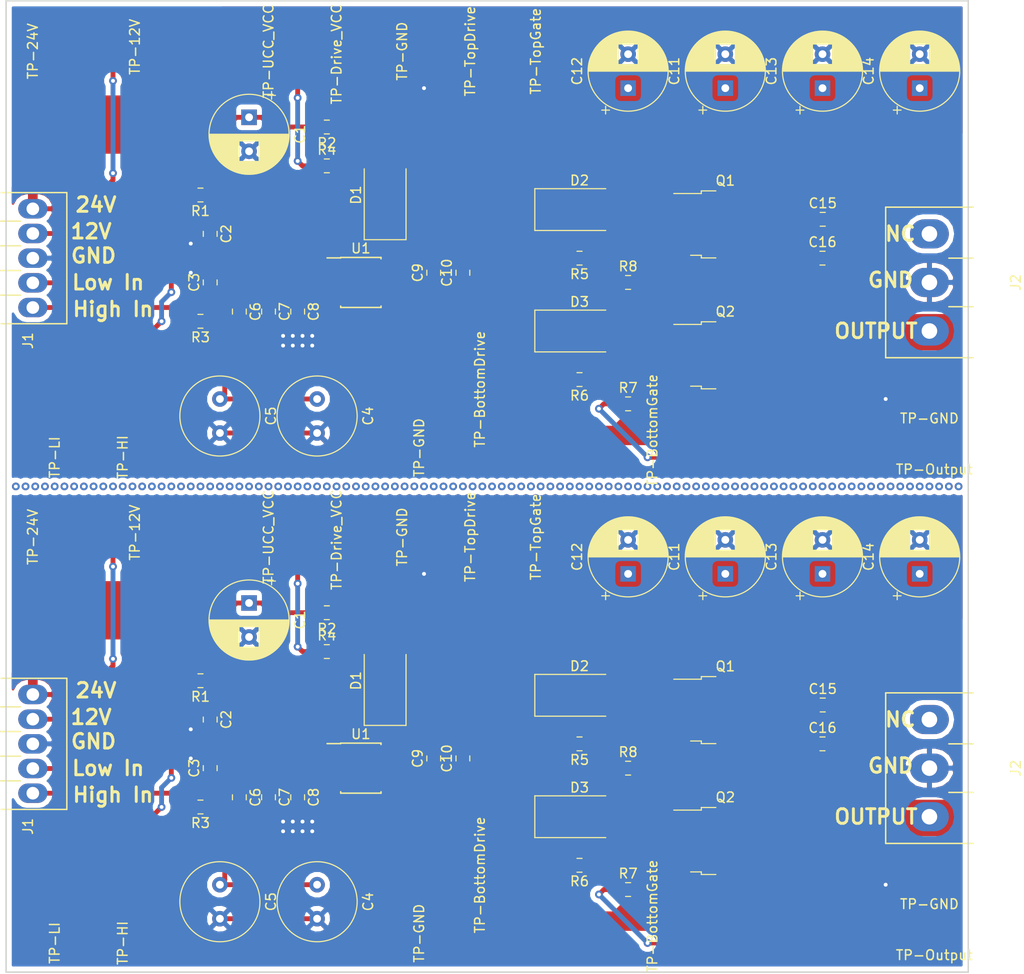
<source format=kicad_pcb>
(kicad_pcb (version 20171130) (host pcbnew 5.0.2+dfsg1-1~bpo9+1)
  (layers (0 F.Cu signal) (31 B.Cu signal) (34 B.Paste user) (35 F.Paste user) (36 B.SilkS user) (37 F.SilkS user) (38 B.Mask user) (39 F.Mask user) (44 Edge.Cuts user))
  (net 0 "")
  (net 1 +12V)
  (net 2 GND)
  (net 3 "Net-(C2-Pad1)")
  (net 4 "Net-(C3-Pad1)")
  (net 5 "Net-(C4-Pad1)")
  (net 6 "Net-(C10-Pad2)")
  (net 7 "Net-(C10-Pad1)")
  (net 8 +24V)
  (net 9 "Net-(D1-Pad2)")
  (net 10 "Net-(D2-Pad1)")
  (net 11 "Net-(D2-Pad2)")
  (net 12 "Net-(D3-Pad1)")
  (net 13 "Net-(D3-Pad2)")
  (net 14 "Net-(J1-Pad1)")
  (net 15 "Net-(J1-Pad2)")
  (module Diode_SMD:D_SMB_Handsoldering (layer F.Cu) (at 84 153.5)
    (fp_text reference D2 (at 0 -3) (layer F.SilkS))
    (fp_text value D)
    (pad 2 smd rect (at 2.7 0) (size 3.5 2.3) (layers F.Cu F.Paste F.Mask) (net 11 "Net-(D2-Pad2)"))
    (pad 1 smd rect (at -2.7 0) (size 3.5 2.3) (layers F.Cu F.Paste F.Mask) (net 10 "Net-(D2-Pad1)"))
  )
  (module Capacitor_SMD:C_0805_2012Metric_Pad1.15x1.40mm_HandSolder (layer F.Cu) (at 109 158.5)
    (fp_text reference C16 (at 0 -1.65) (layer F.SilkS))
    (fp_text value u1)
    (pad 1 smd roundrect (at -1.025 0) (size 1.15 1.4) (layers F.Cu F.Paste F.Mask) (roundrect_rratio 0.217391) (net 8 +24V))
    (pad 2 smd roundrect (at 1.025 0) (size 1.15 1.4) (layers F.Cu F.Paste F.Mask) (roundrect_rratio 0.217391) (net 2 GND))
  )
  (module Resistor_SMD:R_0805_2012Metric_Pad1.15x1.40mm_HandSolder (layer F.Cu) (at 58 145 180)
    (fp_text reference R2 (at 0 -1.65 180) (layer F.SilkS))
    (fp_text value 2R2)
    (pad 2 smd roundrect (at 1.025 0 180) (size 1.15 1.4) (layers F.Cu F.Paste F.Mask) (roundrect_rratio 0.217391) (net 1 +12V))
    (pad 1 smd roundrect (at -1.025 0 180) (size 1.15 1.4) (layers F.Cu F.Paste F.Mask) (roundrect_rratio 0.217391) (net 9 "Net-(D1-Pad2)"))
  )
  (module Resistor_SMD:R_0805_2012Metric_Pad1.15x1.40mm_HandSolder (layer F.Cu) (at 58 149)
    (fp_text reference R4 (at 0 -1.65) (layer F.SilkS))
    (fp_text value 2R2)
    (pad 2 smd roundrect (at 1.025 0) (size 1.15 1.4) (layers F.Cu F.Paste F.Mask) (roundrect_rratio 0.217391) (net 9 "Net-(D1-Pad2)"))
    (pad 1 smd roundrect (at -1.025 0) (size 1.15 1.4) (layers F.Cu F.Paste F.Mask) (roundrect_rratio 0.217391) (net 5 "Net-(C4-Pad1)"))
  )
  (module Resistor_SMD:R_0805_2012Metric_Pad1.15x1.40mm_HandSolder (layer F.Cu) (at 89 173.5)
    (fp_text reference R7 (at 0 -1.65) (layer F.SilkS))
    (fp_text value 5K)
    (pad 2 smd roundrect (at 1.025 0) (size 1.15 1.4) (layers F.Cu F.Paste F.Mask) (roundrect_rratio 0.217391) (net 2 GND))
    (pad 1 smd roundrect (at -1.025 0) (size 1.15 1.4) (layers F.Cu F.Paste F.Mask) (roundrect_rratio 0.217391) (net 13 "Net-(D3-Pad2)"))
  )
  (module Capacitor_SMD:C_0805_2012Metric_Pad1.15x1.40mm_HandSolder (layer F.Cu) (at 109.025 154.5)
    (fp_text reference C15 (at 0 -1.65) (layer F.SilkS))
    (fp_text value u1)
    (pad 2 smd roundrect (at 1.025 0) (size 1.15 1.4) (layers F.Cu F.Paste F.Mask) (roundrect_rratio 0.217391) (net 2 GND))
    (pad 1 smd roundrect (at -1.025 0) (size 1.15 1.4) (layers F.Cu F.Paste F.Mask) (roundrect_rratio 0.217391) (net 8 +24V))
  )
  (module Resistor_SMD:R_0805_2012Metric_Pad1.15x1.40mm_HandSolder (layer F.Cu) (at 45 165 180)
    (fp_text reference R3 (at 0 -1.65 180) (layer F.SilkS))
    (fp_text value 50R)
    (pad 1 smd roundrect (at -1.025 0 180) (size 1.15 1.4) (layers F.Cu F.Paste F.Mask) (roundrect_rratio 0.217391) (net 4 "Net-(C3-Pad1)"))
    (pad 2 smd roundrect (at 1.025 0 180) (size 1.15 1.4) (layers F.Cu F.Paste F.Mask) (roundrect_rratio 0.217391) (net 14 "Net-(J1-Pad1)"))
  )
  (module Resistor_SMD:R_0805_2012Metric_Pad1.15x1.40mm_HandSolder (layer F.Cu) (at 84 171 180)
    (fp_text reference R6 (at 0 -1.65 180) (layer F.SilkS))
    (fp_text value 5R)
    (pad 1 smd roundrect (at -1.025 0 180) (size 1.15 1.4) (layers F.Cu F.Paste F.Mask) (roundrect_rratio 0.217391) (net 13 "Net-(D3-Pad2)"))
    (pad 2 smd roundrect (at 1.025 0 180) (size 1.15 1.4) (layers F.Cu F.Paste F.Mask) (roundrect_rratio 0.217391) (net 12 "Net-(D3-Pad1)"))
  )
  (module Capacitor_THT:CP_Radial_D8.0mm_P3.50mm (layer F.Cu) (at 119 141 90)
    (fp_text reference C14 (at 1.75 -5.25 90) (layer F.SilkS))
    (fp_text value 4u7)
    (pad 1 thru_hole rect (at 0 0 90) (size 1.6 1.6) (drill 0.8) (layers *.Cu *.Mask) (net 8 +24V))
    (pad 2 thru_hole circle (at 3.5 0 90) (size 1.6 1.6) (drill 0.8) (layers *.Cu *.Mask) (net 2 GND))
  )
  (module Package_SO:SOIC-8_3.9x4.9mm_P1.27mm (layer F.Cu) (at 61.5 161)
    (fp_text reference U1 (at 0 -3.5) (layer F.SilkS))
    (fp_text value UCC27712)
    (pad 8 smd rect (at 2.7 -1.905) (size 1.55 0.6) (layers F.Cu F.Paste F.Mask) (net 6 "Net-(C10-Pad2)"))
    (pad 7 smd rect (at 2.7 -0.635) (size 1.55 0.6) (layers F.Cu F.Paste F.Mask) (net 10 "Net-(D2-Pad1)"))
    (pad 6 smd rect (at 2.7 0.635) (size 1.55 0.6) (layers F.Cu F.Paste F.Mask) (net 7 "Net-(C10-Pad1)"))
    (pad 5 smd rect (at 2.7 1.905) (size 1.55 0.6) (layers F.Cu F.Paste F.Mask) (net 12 "Net-(D3-Pad1)"))
    (pad 4 smd rect (at -2.7 1.905) (size 1.55 0.6) (layers F.Cu F.Paste F.Mask) (net 2 GND))
    (pad 3 smd rect (at -2.7 0.635) (size 1.55 0.6) (layers F.Cu F.Paste F.Mask) (net 5 "Net-(C4-Pad1)"))
    (pad 2 smd rect (at -2.7 -0.635) (size 1.55 0.6) (layers F.Cu F.Paste F.Mask) (net 4 "Net-(C3-Pad1)"))
    (pad 1 smd rect (at -2.7 -1.905) (size 1.55 0.6) (layers F.Cu F.Paste F.Mask) (net 3 "Net-(C2-Pad1)"))
  )
  (module TedsFootprints:TestPoint (layer F.Cu) (at 30 137 90)
    (fp_text reference TP-24V (at -0.2 -2.25 90) (layer F.SilkS))
    (fp_text value TestPoint)
    (pad 1 smd rect (at 0 0 90) (size 3.45 1.85) (layers F.Cu F.Paste F.Mask) (net 8 +24V))
  )
  (module TedsFootprints:TestPoint (layer F.Cu) (at 120 173 180)
    (fp_text reference TP-GND (at 0 -2 180) (layer F.SilkS))
    (fp_text value TestPoint)
    (pad 1 smd rect (at 0 0 180) (size 3.45 1.85) (layers F.Cu F.Paste F.Mask) (net 2 GND))
  )
  (module TedsFootprints:TestPoint (layer F.Cu) (at 68 137 90)
    (fp_text reference TP-GND (at -0.2 -2.25 90) (layer F.SilkS))
    (fp_text value TestPoint)
    (pad 1 smd rect (at 0 0 90) (size 3.45 1.85) (layers F.Cu F.Paste F.Mask) (net 2 GND))
  )
  (module TedsFootprints:TestPoint (layer F.Cu) (at 76 169 90)
    (fp_text reference TP-BottomDrive (at -3 -2.25 90) (layer F.SilkS))
    (fp_text value TestPoint)
    (pad 1 smd rect (at 0 0 90) (size 3.45 1.85) (layers F.Cu F.Paste F.Mask) (net 12 "Net-(D3-Pad1)"))
  )
  (module TedsFootprints:TestPoint (layer F.Cu) (at 120.25 178 180)
    (fp_text reference TP-Output (at -0.25 -2.25 180) (layer F.SilkS))
    (fp_text value TestPoint)
    (pad 1 smd rect (at 0 0 180) (size 3.45 1.85) (layers F.Cu F.Paste F.Mask) (net 7 "Net-(C10-Pad1)"))
  )
  (module Capacitor_THT:CP_Radial_D8.0mm_P3.50mm (layer F.Cu) (at 89 141 90)
    (fp_text reference C12 (at 1.75 -5.25 90) (layer F.SilkS))
    (fp_text value 4u7)
    (pad 1 thru_hole rect (at 0 0 90) (size 1.6 1.6) (drill 0.8) (layers *.Cu *.Mask) (net 8 +24V))
    (pad 2 thru_hole circle (at 3.5 0 90) (size 1.6 1.6) (drill 0.8) (layers *.Cu *.Mask) (net 2 GND))
  )
  (module Resistor_SMD:R_0805_2012Metric_Pad1.15x1.40mm_HandSolder (layer F.Cu) (at 89 161)
    (fp_text reference R8 (at 0 -1.65) (layer F.SilkS))
    (fp_text value 5K)
    (pad 2 smd roundrect (at 1.025 0) (size 1.15 1.4) (layers F.Cu F.Paste F.Mask) (roundrect_rratio 0.217391) (net 7 "Net-(C10-Pad1)"))
    (pad 1 smd roundrect (at -1.025 0) (size 1.15 1.4) (layers F.Cu F.Paste F.Mask) (roundrect_rratio 0.217391) (net 11 "Net-(D2-Pad2)"))
  )
  (module Capacitor_THT:CP_Radial_D8.0mm_P3.50mm (layer F.Cu) (at 109 141 90)
    (fp_text reference C13 (at 1.75 -5.25 90) (layer F.SilkS))
    (fp_text value 4u7)
    (pad 2 thru_hole circle (at 3.5 0 90) (size 1.6 1.6) (drill 0.8) (layers *.Cu *.Mask) (net 2 GND))
    (pad 1 thru_hole rect (at 0 0 90) (size 1.6 1.6) (drill 0.8) (layers *.Cu *.Mask) (net 8 +24V))
  )
  (module TedsFootprints:TestPoint (layer F.Cu) (at 61 137 90)
    (fp_text reference TP-Drive_VCC (at -0.5 -2 90) (layer F.SilkS))
    (fp_text value TestPoint)
    (pad 1 smd rect (at 0 0 90) (size 3.45 1.85) (layers F.Cu F.Paste F.Mask) (net 9 "Net-(D1-Pad2)"))
  )
  (module TedsFootprints:TestPoint (layer F.Cu) (at 32 179 90)
    (fp_text reference TP-LI (at 0 -2 90) (layer F.SilkS))
    (fp_text value TestPoint)
    (pad 1 smd rect (at 0 0 90) (size 3.45 1.85) (layers F.Cu F.Paste F.Mask) (net 3 "Net-(C2-Pad1)"))
  )
  (module TedsFootprints:TestPoint (layer F.Cu) (at 36 137 90)
    (fp_text reference TP-12V (at 0.25 2.25 90) (layer F.SilkS))
    (fp_text value TestPoint)
    (pad 1 smd rect (at 0 0 90) (size 3.45 1.85) (layers F.Cu F.Paste F.Mask) (net 1 +12V))
  )
  (module Resistor_SMD:R_0805_2012Metric_Pad1.15x1.40mm_HandSolder (layer F.Cu) (at 45 152 180)
    (fp_text reference R1 (at 0 -1.65 180) (layer F.SilkS))
    (fp_text value 50R)
    (pad 1 smd roundrect (at -1.025 0 180) (size 1.15 1.4) (layers F.Cu F.Paste F.Mask) (roundrect_rratio 0.217391) (net 3 "Net-(C2-Pad1)"))
    (pad 2 smd roundrect (at 1.025 0 180) (size 1.15 1.4) (layers F.Cu F.Paste F.Mask) (roundrect_rratio 0.217391) (net 15 "Net-(J1-Pad2)"))
  )
  (module Capacitor_THT:CP_Radial_D8.0mm_P3.50mm (layer F.Cu) (at 50 144 270)
    (fp_text reference C1 (at 1.75 -5.25 270) (layer F.SilkS))
    (fp_text value 47u)
    (pad 2 thru_hole circle (at 3.5 0 270) (size 1.6 1.6) (drill 0.8) (layers *.Cu *.Mask) (net 2 GND))
    (pad 1 thru_hole rect (at 0 0 270) (size 1.6 1.6) (drill 0.8) (layers *.Cu *.Mask) (net 1 +12V))
  )
  (module Resistor_SMD:R_0805_2012Metric_Pad1.15x1.40mm_HandSolder (layer F.Cu) (at 84 158.5 180)
    (fp_text reference R5 (at 0 -1.65 180) (layer F.SilkS))
    (fp_text value 5R)
    (pad 1 smd roundrect (at -1.025 0 180) (size 1.15 1.4) (layers F.Cu F.Paste F.Mask) (roundrect_rratio 0.217391) (net 11 "Net-(D2-Pad2)"))
    (pad 2 smd roundrect (at 1.025 0 180) (size 1.15 1.4) (layers F.Cu F.Paste F.Mask) (roundrect_rratio 0.217391) (net 10 "Net-(D2-Pad1)"))
  )
  (module TedsFootprints:TestPoint (layer F.Cu) (at 82 137 90)
    (fp_text reference TP-TopGate (at -0.2 -2.5 270) (layer F.SilkS))
    (fp_text value TestPoint)
    (pad 1 smd rect (at 0 0 90) (size 3.45 1.85) (layers F.Cu F.Paste F.Mask) (net 11 "Net-(D2-Pad2)"))
  )
  (module TedsFootprints:TestPoint (layer F.Cu) (at 64.5 178 90)
    (fp_text reference TP-GND (at 0 3 90) (layer F.SilkS))
    (fp_text value TestPoint)
    (pad 1 smd rect (at 0 0 90) (size 3.45 1.85) (layers F.Cu F.Paste F.Mask) (net 2 GND))
  )
  (module TedsFootprints:TestPoint (layer F.Cu) (at 94 179 90)
    (fp_text reference TP-BottomGate (at 2.75 -2.5 90) (layer F.SilkS))
    (fp_text value TestPoint)
    (pad 1 smd rect (at 0 0 90) (size 3.45 1.85) (layers F.Cu F.Paste F.Mask) (net 13 "Net-(D3-Pad2)"))
  )
  (module Capacitor_THT:CP_Radial_D8.0mm_P3.50mm (layer F.Cu) (at 99 141 90)
    (fp_text reference C11 (at 1.75 -5.25 90) (layer F.SilkS))
    (fp_text value 4u7)
    (pad 2 thru_hole circle (at 3.5 0 90) (size 1.6 1.6) (drill 0.8) (layers *.Cu *.Mask) (net 2 GND))
    (pad 1 thru_hole rect (at 0 0 90) (size 1.6 1.6) (drill 0.8) (layers *.Cu *.Mask) (net 8 +24V))
  )
  (module Capacitor_SMD:C_0805_2012Metric_Pad1.15x1.40mm_HandSolder (layer F.Cu) (at 46 161 90)
    (fp_text reference C3 (at 0 -1.65 90) (layer F.SilkS))
    (fp_text value 22p)
    (pad 1 smd roundrect (at -1.025 0 90) (size 1.15 1.4) (layers F.Cu F.Paste F.Mask) (roundrect_rratio 0.217391) (net 4 "Net-(C3-Pad1)"))
    (pad 2 smd roundrect (at 1.025 0 90) (size 1.15 1.4) (layers F.Cu F.Paste F.Mask) (roundrect_rratio 0.217391) (net 2 GND))
  )
  (module Capacitor_SMD:C_0805_2012Metric_Pad1.15x1.40mm_HandSolder (layer F.Cu) (at 52 164 270)
    (fp_text reference C7 (at 0 -1.65 270) (layer F.SilkS))
    (fp_text value u22)
    (pad 1 smd roundrect (at -1.025 0 270) (size 1.15 1.4) (layers F.Cu F.Paste F.Mask) (roundrect_rratio 0.217391) (net 5 "Net-(C4-Pad1)"))
    (pad 2 smd roundrect (at 1.025 0 270) (size 1.15 1.4) (layers F.Cu F.Paste F.Mask) (roundrect_rratio 0.217391) (net 2 GND))
  )
  (module Capacitor_SMD:C_0805_2012Metric_Pad1.15x1.40mm_HandSolder (layer F.Cu) (at 72 160 90)
    (fp_text reference C10 (at 0 -1.65 90) (layer F.SilkS))
    (fp_text value u22)
    (pad 2 smd roundrect (at 1.025 0 90) (size 1.15 1.4) (layers F.Cu F.Paste F.Mask) (roundrect_rratio 0.217391) (net 6 "Net-(C10-Pad2)"))
    (pad 1 smd roundrect (at -1.025 0 90) (size 1.15 1.4) (layers F.Cu F.Paste F.Mask) (roundrect_rratio 0.217391) (net 7 "Net-(C10-Pad1)"))
  )
  (module TedsFootprints:TestPoint (layer F.Cu) (at 75 137 90)
    (fp_text reference TP-TopDrive (at -0.2 -2.25 90) (layer F.SilkS))
    (fp_text value TestPoint)
    (pad 1 smd rect (at 0 0 90) (size 3.45 1.85) (layers F.Cu F.Paste F.Mask) (net 10 "Net-(D2-Pad1)"))
  )
  (module TedsFootprints:TestPoint (layer F.Cu) (at 54 137 90)
    (fp_text reference TP-UCC_VCC (at -0.2 -2 90) (layer F.SilkS))
    (fp_text value TestPoint)
    (pad 1 smd rect (at 0 0 90) (size 3.45 1.85) (layers F.Cu F.Paste F.Mask) (net 5 "Net-(C4-Pad1)"))
  )
  (module TedsFootprints:TestPoint (layer F.Cu) (at 39 179 90)
    (fp_text reference TP-HI (at 0 -2 90) (layer F.SilkS))
    (fp_text value TestPoint)
    (pad 1 smd rect (at 0 0 90) (size 3.45 1.85) (layers F.Cu F.Paste F.Mask) (net 4 "Net-(C3-Pad1)"))
  )
  (module TedsFootprints:5TermScrewTerminal (layer F.Cu) (at 27.75 158.5 90)
    (fp_text reference J1 (at -8.5 -0.5 90) (layer F.SilkS))
    (fp_text value Conn_01x05_Female)
    (pad 5 thru_hole oval (at 5.08 0 90) (size 2 3) (drill 1.3) (layers *.Cu *.Mask) (net 8 +24V))
    (pad 4 thru_hole oval (at 2.54 0 90) (size 2 3) (drill 1.3) (layers *.Cu *.Mask) (net 1 +12V))
    (pad 3 thru_hole oval (at 0 0 90) (size 2 3) (drill 1.3) (layers *.Cu *.Mask) (net 2 GND))
    (pad 2 thru_hole oval (at -2.54 0 90) (size 2 3) (drill 1.3) (layers *.Cu *.Mask) (net 15 "Net-(J1-Pad2)"))
    (pad 1 thru_hole oval (at -5.08 0 90) (size 2 3) (drill 1.3) (layers *.Cu *.Mask) (net 14 "Net-(J1-Pad1)"))
  )
  (module Capacitor_SMD:C_0805_2012Metric_Pad1.15x1.40mm_HandSolder (layer F.Cu) (at 46 156 270)
    (fp_text reference C2 (at 0 -1.65 270) (layer F.SilkS))
    (fp_text value 22p)
    (pad 2 smd roundrect (at 1.025 0 270) (size 1.15 1.4) (layers F.Cu F.Paste F.Mask) (roundrect_rratio 0.217391) (net 2 GND))
    (pad 1 smd roundrect (at -1.025 0 270) (size 1.15 1.4) (layers F.Cu F.Paste F.Mask) (roundrect_rratio 0.217391) (net 3 "Net-(C2-Pad1)"))
  )
  (module Capacitor_THT:C_Radial_D8.0mm_H7.0mm_P3.50mm (layer F.Cu) (at 47 173 270)
    (fp_text reference C5 (at 1.75 -5.25 270) (layer F.SilkS))
    (fp_text value 10u)
    (pad 2 thru_hole circle (at 3.5 0 270) (size 1.6 1.6) (drill 0.8) (layers *.Cu *.Mask) (net 2 GND))
    (pad 1 thru_hole circle (at 0 0 270) (size 1.6 1.6) (drill 0.8) (layers *.Cu *.Mask) (net 5 "Net-(C4-Pad1)"))
  )
  (module Package_TO_SOT_SMD:TO-252-2 (layer F.Cu) (at 99 168.5)
    (fp_text reference Q2 (at 0 -4.5) (layer F.SilkS))
    (fp_text value Q_NMOS_GDS)
    (pad 2 smd rect (at 2.1 0) (size 6.4 5.8) (layers F.Cu F.Mask) (net 7 "Net-(C10-Pad1)"))
    (pad 3 smd rect (at -4.2 2.28) (size 2.2 1.2) (layers F.Cu F.Paste F.Mask) (net 2 GND))
    (pad 1 smd rect (at -4.2 -2.28) (size 2.2 1.2) (layers F.Cu F.Paste F.Mask) (net 13 "Net-(D3-Pad2)"))
  )
  (module TedsFootprints:3TermScrewTerminal (layer F.Cu) (at 120 161 270)
    (fp_text reference J2 (at 0 -8.89 270) (layer F.SilkS))
    (fp_text value Conn_01x02_Female)
    (pad 3 thru_hole oval (at -5 0 270) (size 3 4) (drill 1.6) (layers *.Cu *.Mask))
    (pad 2 thru_hole oval (at 0 0 270) (size 3 4) (drill 1.6) (layers *.Cu *.Mask) (net 2 GND))
    (pad 1 thru_hole oval (at 5 0 270) (size 3 4) (drill 1.6) (layers *.Cu *.Mask) (net 7 "Net-(C10-Pad1)"))
  )
  (module Package_TO_SOT_SMD:TO-252-2 (layer F.Cu) (at 99 155.025)
    (fp_text reference Q1 (at 0 -4.5) (layer F.SilkS))
    (fp_text value Q_NMOS_GDS)
    (pad 1 smd rect (at -4.2 -2.28) (size 2.2 1.2) (layers F.Cu F.Paste F.Mask) (net 11 "Net-(D2-Pad2)"))
    (pad 3 smd rect (at -4.2 2.28) (size 2.2 1.2) (layers F.Cu F.Paste F.Mask) (net 7 "Net-(C10-Pad1)"))
    (pad 2 smd rect (at 2.1 0) (size 6.4 5.8) (layers F.Cu F.Mask) (net 8 +24V))
  )
  (module Capacitor_SMD:C_0805_2012Metric_Pad1.15x1.40mm_HandSolder (layer F.Cu) (at 69 160 90)
    (fp_text reference C9 (at 0 -1.65 90) (layer F.SilkS))
    (fp_text value u22)
    (pad 1 smd roundrect (at -1.025 0 90) (size 1.15 1.4) (layers F.Cu F.Paste F.Mask) (roundrect_rratio 0.217391) (net 7 "Net-(C10-Pad1)"))
    (pad 2 smd roundrect (at 1.025 0 90) (size 1.15 1.4) (layers F.Cu F.Paste F.Mask) (roundrect_rratio 0.217391) (net 6 "Net-(C10-Pad2)"))
  )
  (module Diode_SMD:D_SMB_Handsoldering (layer F.Cu) (at 84 166)
    (fp_text reference D3 (at 0 -3) (layer F.SilkS))
    (fp_text value D)
    (pad 2 smd rect (at 2.7 0) (size 3.5 2.3) (layers F.Cu F.Paste F.Mask) (net 13 "Net-(D3-Pad2)"))
    (pad 1 smd rect (at -2.7 0) (size 3.5 2.3) (layers F.Cu F.Paste F.Mask) (net 12 "Net-(D3-Pad1)"))
  )
  (module Capacitor_SMD:C_0805_2012Metric_Pad1.15x1.40mm_HandSolder (layer F.Cu) (at 49 164 270)
    (fp_text reference C6 (at 0 -1.65 270) (layer F.SilkS))
    (fp_text value u22)
    (pad 2 smd roundrect (at 1.025 0 270) (size 1.15 1.4) (layers F.Cu F.Paste F.Mask) (roundrect_rratio 0.217391) (net 2 GND))
    (pad 1 smd roundrect (at -1.025 0 270) (size 1.15 1.4) (layers F.Cu F.Paste F.Mask) (roundrect_rratio 0.217391) (net 5 "Net-(C4-Pad1)"))
  )
  (module Capacitor_SMD:C_0805_2012Metric_Pad1.15x1.40mm_HandSolder (layer F.Cu) (at 55 164 270)
    (fp_text reference C8 (at 0 -1.65 270) (layer F.SilkS))
    (fp_text value u22)
    (pad 2 smd roundrect (at 1.025 0 270) (size 1.15 1.4) (layers F.Cu F.Paste F.Mask) (roundrect_rratio 0.217391) (net 2 GND))
    (pad 1 smd roundrect (at -1.025 0 270) (size 1.15 1.4) (layers F.Cu F.Paste F.Mask) (roundrect_rratio 0.217391) (net 5 "Net-(C4-Pad1)"))
  )
  (module Capacitor_THT:C_Radial_D8.0mm_H7.0mm_P3.50mm (layer F.Cu) (at 57 173 270)
    (fp_text reference C4 (at 1.75 -5.25 270) (layer F.SilkS))
    (fp_text value 10u)
    (pad 1 thru_hole circle (at 0 0 270) (size 1.6 1.6) (drill 0.8) (layers *.Cu *.Mask) (net 5 "Net-(C4-Pad1)"))
    (pad 2 thru_hole circle (at 3.5 0 270) (size 1.6 1.6) (drill 0.8) (layers *.Cu *.Mask) (net 2 GND))
  )
  (module Diode_SMD:D_SMB_Handsoldering (layer F.Cu) (at 64 152 90)
    (fp_text reference D1 (at 0 -3 90) (layer F.SilkS))
    (fp_text value D)
    (pad 1 smd rect (at -2.7 0 90) (size 3.5 2.3) (layers F.Cu F.Paste F.Mask) (net 6 "Net-(C10-Pad2)"))
    (pad 2 smd rect (at 2.7 0 90) (size 3.5 2.3) (layers F.Cu F.Paste F.Mask) (net 9 "Net-(D1-Pad2)"))
  )
  (module TedsFootprints:3TermScrewTerminal (layer F.Cu) (at 120 111 270)
    (fp_text reference J2 (at 0 -8.89 270) (layer F.SilkS))
    (fp_text value Conn_01x02_Female)
    (pad 1 thru_hole oval (at 5 0 270) (size 3 4) (drill 1.6) (layers *.Cu *.Mask) (net 7 "Net-(C10-Pad1)"))
    (pad 2 thru_hole oval (at 0 0 270) (size 3 4) (drill 1.6) (layers *.Cu *.Mask) (net 2 GND))
    (pad 3 thru_hole oval (at -5 0 270) (size 3 4) (drill 1.6) (layers *.Cu *.Mask))
  )
  (module Capacitor_THT:CP_Radial_D8.0mm_P3.50mm (layer F.Cu) (at 50 94 270)
    (fp_text reference C1 (at 1.75 -5.25 270) (layer F.SilkS))
    (fp_text value 47u)
    (pad 1 thru_hole rect (at 0 0 270) (size 1.6 1.6) (drill 0.8) (layers *.Cu *.Mask) (net 1 +12V))
    (pad 2 thru_hole circle (at 3.5 0 270) (size 1.6 1.6) (drill 0.8) (layers *.Cu *.Mask) (net 2 GND))
  )
  (module Capacitor_SMD:C_0805_2012Metric_Pad1.15x1.40mm_HandSolder (layer F.Cu) (at 46 106 270)
    (fp_text reference C2 (at 0 -1.65 270) (layer F.SilkS))
    (fp_text value 22p)
    (pad 1 smd roundrect (at -1.025 0 270) (size 1.15 1.4) (layers F.Cu F.Paste F.Mask) (roundrect_rratio 0.217391) (net 3 "Net-(C2-Pad1)"))
    (pad 2 smd roundrect (at 1.025 0 270) (size 1.15 1.4) (layers F.Cu F.Paste F.Mask) (roundrect_rratio 0.217391) (net 2 GND))
  )
  (module Capacitor_SMD:C_0805_2012Metric_Pad1.15x1.40mm_HandSolder (layer F.Cu) (at 46 111 90)
    (fp_text reference C3 (at 0 -1.65 90) (layer F.SilkS))
    (fp_text value 22p)
    (pad 2 smd roundrect (at 1.025 0 90) (size 1.15 1.4) (layers F.Cu F.Paste F.Mask) (roundrect_rratio 0.217391) (net 2 GND))
    (pad 1 smd roundrect (at -1.025 0 90) (size 1.15 1.4) (layers F.Cu F.Paste F.Mask) (roundrect_rratio 0.217391) (net 4 "Net-(C3-Pad1)"))
  )
  (module Capacitor_THT:C_Radial_D8.0mm_H7.0mm_P3.50mm (layer F.Cu) (at 57 123 270)
    (fp_text reference C4 (at 1.75 -5.25 270) (layer F.SilkS))
    (fp_text value 10u)
    (pad 2 thru_hole circle (at 3.5 0 270) (size 1.6 1.6) (drill 0.8) (layers *.Cu *.Mask) (net 2 GND))
    (pad 1 thru_hole circle (at 0 0 270) (size 1.6 1.6) (drill 0.8) (layers *.Cu *.Mask) (net 5 "Net-(C4-Pad1)"))
  )
  (module Capacitor_THT:C_Radial_D8.0mm_H7.0mm_P3.50mm (layer F.Cu) (at 47 123 270)
    (fp_text reference C5 (at 1.75 -5.25 270) (layer F.SilkS))
    (fp_text value 10u)
    (pad 1 thru_hole circle (at 0 0 270) (size 1.6 1.6) (drill 0.8) (layers *.Cu *.Mask) (net 5 "Net-(C4-Pad1)"))
    (pad 2 thru_hole circle (at 3.5 0 270) (size 1.6 1.6) (drill 0.8) (layers *.Cu *.Mask) (net 2 GND))
  )
  (module Capacitor_SMD:C_0805_2012Metric_Pad1.15x1.40mm_HandSolder (layer F.Cu) (at 49 114 270)
    (fp_text reference C6 (at 0 -1.65 270) (layer F.SilkS))
    (fp_text value u22)
    (pad 1 smd roundrect (at -1.025 0 270) (size 1.15 1.4) (layers F.Cu F.Paste F.Mask) (roundrect_rratio 0.217391) (net 5 "Net-(C4-Pad1)"))
    (pad 2 smd roundrect (at 1.025 0 270) (size 1.15 1.4) (layers F.Cu F.Paste F.Mask) (roundrect_rratio 0.217391) (net 2 GND))
  )
  (module Capacitor_SMD:C_0805_2012Metric_Pad1.15x1.40mm_HandSolder (layer F.Cu) (at 52 114 270)
    (fp_text reference C7 (at 0 -1.65 270) (layer F.SilkS))
    (fp_text value u22)
    (pad 2 smd roundrect (at 1.025 0 270) (size 1.15 1.4) (layers F.Cu F.Paste F.Mask) (roundrect_rratio 0.217391) (net 2 GND))
    (pad 1 smd roundrect (at -1.025 0 270) (size 1.15 1.4) (layers F.Cu F.Paste F.Mask) (roundrect_rratio 0.217391) (net 5 "Net-(C4-Pad1)"))
  )
  (module Capacitor_SMD:C_0805_2012Metric_Pad1.15x1.40mm_HandSolder (layer F.Cu) (at 55 114 270)
    (fp_text reference C8 (at 0 -1.65 270) (layer F.SilkS))
    (fp_text value u22)
    (pad 1 smd roundrect (at -1.025 0 270) (size 1.15 1.4) (layers F.Cu F.Paste F.Mask) (roundrect_rratio 0.217391) (net 5 "Net-(C4-Pad1)"))
    (pad 2 smd roundrect (at 1.025 0 270) (size 1.15 1.4) (layers F.Cu F.Paste F.Mask) (roundrect_rratio 0.217391) (net 2 GND))
  )
  (module Capacitor_SMD:C_0805_2012Metric_Pad1.15x1.40mm_HandSolder (layer F.Cu) (at 69 110 90)
    (fp_text reference C9 (at 0 -1.65 90) (layer F.SilkS))
    (fp_text value u22)
    (pad 2 smd roundrect (at 1.025 0 90) (size 1.15 1.4) (layers F.Cu F.Paste F.Mask) (roundrect_rratio 0.217391) (net 6 "Net-(C10-Pad2)"))
    (pad 1 smd roundrect (at -1.025 0 90) (size 1.15 1.4) (layers F.Cu F.Paste F.Mask) (roundrect_rratio 0.217391) (net 7 "Net-(C10-Pad1)"))
  )
  (module Capacitor_SMD:C_0805_2012Metric_Pad1.15x1.40mm_HandSolder (layer F.Cu) (at 72 110 90)
    (fp_text reference C10 (at 0 -1.65 90) (layer F.SilkS))
    (fp_text value u22)
    (pad 1 smd roundrect (at -1.025 0 90) (size 1.15 1.4) (layers F.Cu F.Paste F.Mask) (roundrect_rratio 0.217391) (net 7 "Net-(C10-Pad1)"))
    (pad 2 smd roundrect (at 1.025 0 90) (size 1.15 1.4) (layers F.Cu F.Paste F.Mask) (roundrect_rratio 0.217391) (net 6 "Net-(C10-Pad2)"))
  )
  (module Capacitor_THT:CP_Radial_D8.0mm_P3.50mm (layer F.Cu) (at 99 91 90)
    (fp_text reference C11 (at 1.75 -5.25 90) (layer F.SilkS))
    (fp_text value 4u7)
    (pad 1 thru_hole rect (at 0 0 90) (size 1.6 1.6) (drill 0.8) (layers *.Cu *.Mask) (net 8 +24V))
    (pad 2 thru_hole circle (at 3.5 0 90) (size 1.6 1.6) (drill 0.8) (layers *.Cu *.Mask) (net 2 GND))
  )
  (module Capacitor_THT:CP_Radial_D8.0mm_P3.50mm (layer F.Cu) (at 89 91 90)
    (fp_text reference C12 (at 1.75 -5.25 90) (layer F.SilkS))
    (fp_text value 4u7)
    (pad 2 thru_hole circle (at 3.5 0 90) (size 1.6 1.6) (drill 0.8) (layers *.Cu *.Mask) (net 2 GND))
    (pad 1 thru_hole rect (at 0 0 90) (size 1.6 1.6) (drill 0.8) (layers *.Cu *.Mask) (net 8 +24V))
  )
  (module Capacitor_THT:CP_Radial_D8.0mm_P3.50mm (layer F.Cu) (at 109 91 90)
    (fp_text reference C13 (at 1.75 -5.25 90) (layer F.SilkS))
    (fp_text value 4u7)
    (pad 1 thru_hole rect (at 0 0 90) (size 1.6 1.6) (drill 0.8) (layers *.Cu *.Mask) (net 8 +24V))
    (pad 2 thru_hole circle (at 3.5 0 90) (size 1.6 1.6) (drill 0.8) (layers *.Cu *.Mask) (net 2 GND))
  )
  (module Capacitor_THT:CP_Radial_D8.0mm_P3.50mm (layer F.Cu) (at 119 91 90)
    (fp_text reference C14 (at 1.75 -5.25 90) (layer F.SilkS))
    (fp_text value 4u7)
    (pad 2 thru_hole circle (at 3.5 0 90) (size 1.6 1.6) (drill 0.8) (layers *.Cu *.Mask) (net 2 GND))
    (pad 1 thru_hole rect (at 0 0 90) (size 1.6 1.6) (drill 0.8) (layers *.Cu *.Mask) (net 8 +24V))
  )
  (module Capacitor_SMD:C_0805_2012Metric_Pad1.15x1.40mm_HandSolder (layer F.Cu) (at 109.025 104.5)
    (fp_text reference C15 (at 0 -1.65) (layer F.SilkS))
    (fp_text value u1)
    (pad 1 smd roundrect (at -1.025 0) (size 1.15 1.4) (layers F.Cu F.Paste F.Mask) (roundrect_rratio 0.217391) (net 8 +24V))
    (pad 2 smd roundrect (at 1.025 0) (size 1.15 1.4) (layers F.Cu F.Paste F.Mask) (roundrect_rratio 0.217391) (net 2 GND))
  )
  (module Capacitor_SMD:C_0805_2012Metric_Pad1.15x1.40mm_HandSolder (layer F.Cu) (at 109 108.5)
    (fp_text reference C16 (at 0 -1.65) (layer F.SilkS))
    (fp_text value u1)
    (pad 2 smd roundrect (at 1.025 0) (size 1.15 1.4) (layers F.Cu F.Paste F.Mask) (roundrect_rratio 0.217391) (net 2 GND))
    (pad 1 smd roundrect (at -1.025 0) (size 1.15 1.4) (layers F.Cu F.Paste F.Mask) (roundrect_rratio 0.217391) (net 8 +24V))
  )
  (module Diode_SMD:D_SMB_Handsoldering (layer F.Cu) (at 64 102 90)
    (fp_text reference D1 (at 0 -3 90) (layer F.SilkS))
    (fp_text value D)
    (pad 2 smd rect (at 2.7 0 90) (size 3.5 2.3) (layers F.Cu F.Paste F.Mask) (net 9 "Net-(D1-Pad2)"))
    (pad 1 smd rect (at -2.7 0 90) (size 3.5 2.3) (layers F.Cu F.Paste F.Mask) (net 6 "Net-(C10-Pad2)"))
  )
  (module Diode_SMD:D_SMB_Handsoldering (layer F.Cu) (at 84 103.5)
    (fp_text reference D2 (at 0 -3) (layer F.SilkS))
    (fp_text value D)
    (pad 1 smd rect (at -2.7 0) (size 3.5 2.3) (layers F.Cu F.Paste F.Mask) (net 10 "Net-(D2-Pad1)"))
    (pad 2 smd rect (at 2.7 0) (size 3.5 2.3) (layers F.Cu F.Paste F.Mask) (net 11 "Net-(D2-Pad2)"))
  )
  (module Diode_SMD:D_SMB_Handsoldering (layer F.Cu) (at 84 116)
    (fp_text reference D3 (at 0 -3) (layer F.SilkS))
    (fp_text value D)
    (pad 1 smd rect (at -2.7 0) (size 3.5 2.3) (layers F.Cu F.Paste F.Mask) (net 12 "Net-(D3-Pad1)"))
    (pad 2 smd rect (at 2.7 0) (size 3.5 2.3) (layers F.Cu F.Paste F.Mask) (net 13 "Net-(D3-Pad2)"))
  )
  (module TedsFootprints:5TermScrewTerminal (layer F.Cu) (at 27.75 108.5 90)
    (fp_text reference J1 (at -8.5 -0.5 90) (layer F.SilkS))
    (fp_text value Conn_01x05_Female)
    (pad 1 thru_hole oval (at -5.08 0 90) (size 2 3) (drill 1.3) (layers *.Cu *.Mask) (net 14 "Net-(J1-Pad1)"))
    (pad 2 thru_hole oval (at -2.54 0 90) (size 2 3) (drill 1.3) (layers *.Cu *.Mask) (net 15 "Net-(J1-Pad2)"))
    (pad 3 thru_hole oval (at 0 0 90) (size 2 3) (drill 1.3) (layers *.Cu *.Mask) (net 2 GND))
    (pad 4 thru_hole oval (at 2.54 0 90) (size 2 3) (drill 1.3) (layers *.Cu *.Mask) (net 1 +12V))
    (pad 5 thru_hole oval (at 5.08 0 90) (size 2 3) (drill 1.3) (layers *.Cu *.Mask) (net 8 +24V))
  )
  (module Package_TO_SOT_SMD:TO-252-2 (layer F.Cu) (at 99 105.025)
    (fp_text reference Q1 (at 0 -4.5) (layer F.SilkS))
    (fp_text value Q_NMOS_GDS)
    (pad 2 smd rect (at 2.1 0) (size 6.4 5.8) (layers F.Cu F.Mask) (net 8 +24V))
    (pad 3 smd rect (at -4.2 2.28) (size 2.2 1.2) (layers F.Cu F.Paste F.Mask) (net 7 "Net-(C10-Pad1)"))
    (pad 1 smd rect (at -4.2 -2.28) (size 2.2 1.2) (layers F.Cu F.Paste F.Mask) (net 11 "Net-(D2-Pad2)"))
  )
  (module Package_TO_SOT_SMD:TO-252-2 (layer F.Cu) (at 99 118.5)
    (fp_text reference Q2 (at 0 -4.5) (layer F.SilkS))
    (fp_text value Q_NMOS_GDS)
    (pad 1 smd rect (at -4.2 -2.28) (size 2.2 1.2) (layers F.Cu F.Paste F.Mask) (net 13 "Net-(D3-Pad2)"))
    (pad 3 smd rect (at -4.2 2.28) (size 2.2 1.2) (layers F.Cu F.Paste F.Mask) (net 2 GND))
    (pad 2 smd rect (at 2.1 0) (size 6.4 5.8) (layers F.Cu F.Mask) (net 7 "Net-(C10-Pad1)"))
  )
  (module Resistor_SMD:R_0805_2012Metric_Pad1.15x1.40mm_HandSolder (layer F.Cu) (at 45 102 180)
    (fp_text reference R1 (at 0 -1.65 180) (layer F.SilkS))
    (fp_text value 50R)
    (pad 2 smd roundrect (at 1.025 0 180) (size 1.15 1.4) (layers F.Cu F.Paste F.Mask) (roundrect_rratio 0.217391) (net 15 "Net-(J1-Pad2)"))
    (pad 1 smd roundrect (at -1.025 0 180) (size 1.15 1.4) (layers F.Cu F.Paste F.Mask) (roundrect_rratio 0.217391) (net 3 "Net-(C2-Pad1)"))
  )
  (module Resistor_SMD:R_0805_2012Metric_Pad1.15x1.40mm_HandSolder (layer F.Cu) (at 58 95 180)
    (fp_text reference R2 (at 0 -1.65 180) (layer F.SilkS))
    (fp_text value 2R2)
    (pad 1 smd roundrect (at -1.025 0 180) (size 1.15 1.4) (layers F.Cu F.Paste F.Mask) (roundrect_rratio 0.217391) (net 9 "Net-(D1-Pad2)"))
    (pad 2 smd roundrect (at 1.025 0 180) (size 1.15 1.4) (layers F.Cu F.Paste F.Mask) (roundrect_rratio 0.217391) (net 1 +12V))
  )
  (module Resistor_SMD:R_0805_2012Metric_Pad1.15x1.40mm_HandSolder (layer F.Cu) (at 45 115 180)
    (fp_text reference R3 (at 0 -1.65 180) (layer F.SilkS))
    (fp_text value 50R)
    (pad 2 smd roundrect (at 1.025 0 180) (size 1.15 1.4) (layers F.Cu F.Paste F.Mask) (roundrect_rratio 0.217391) (net 14 "Net-(J1-Pad1)"))
    (pad 1 smd roundrect (at -1.025 0 180) (size 1.15 1.4) (layers F.Cu F.Paste F.Mask) (roundrect_rratio 0.217391) (net 4 "Net-(C3-Pad1)"))
  )
  (module Resistor_SMD:R_0805_2012Metric_Pad1.15x1.40mm_HandSolder (layer F.Cu) (at 58 99)
    (fp_text reference R4 (at 0 -1.65) (layer F.SilkS))
    (fp_text value 2R2)
    (pad 1 smd roundrect (at -1.025 0) (size 1.15 1.4) (layers F.Cu F.Paste F.Mask) (roundrect_rratio 0.217391) (net 5 "Net-(C4-Pad1)"))
    (pad 2 smd roundrect (at 1.025 0) (size 1.15 1.4) (layers F.Cu F.Paste F.Mask) (roundrect_rratio 0.217391) (net 9 "Net-(D1-Pad2)"))
  )
  (module Resistor_SMD:R_0805_2012Metric_Pad1.15x1.40mm_HandSolder (layer F.Cu) (at 84 108.5 180)
    (fp_text reference R5 (at 0 -1.65 180) (layer F.SilkS))
    (fp_text value 5R)
    (pad 2 smd roundrect (at 1.025 0 180) (size 1.15 1.4) (layers F.Cu F.Paste F.Mask) (roundrect_rratio 0.217391) (net 10 "Net-(D2-Pad1)"))
    (pad 1 smd roundrect (at -1.025 0 180) (size 1.15 1.4) (layers F.Cu F.Paste F.Mask) (roundrect_rratio 0.217391) (net 11 "Net-(D2-Pad2)"))
  )
  (module Resistor_SMD:R_0805_2012Metric_Pad1.15x1.40mm_HandSolder (layer F.Cu) (at 84 121 180)
    (fp_text reference R6 (at 0 -1.65 180) (layer F.SilkS))
    (fp_text value 5R)
    (pad 2 smd roundrect (at 1.025 0 180) (size 1.15 1.4) (layers F.Cu F.Paste F.Mask) (roundrect_rratio 0.217391) (net 12 "Net-(D3-Pad1)"))
    (pad 1 smd roundrect (at -1.025 0 180) (size 1.15 1.4) (layers F.Cu F.Paste F.Mask) (roundrect_rratio 0.217391) (net 13 "Net-(D3-Pad2)"))
  )
  (module Resistor_SMD:R_0805_2012Metric_Pad1.15x1.40mm_HandSolder (layer F.Cu) (at 89 123.5)
    (fp_text reference R7 (at 0 -1.65) (layer F.SilkS))
    (fp_text value 5K)
    (pad 1 smd roundrect (at -1.025 0) (size 1.15 1.4) (layers F.Cu F.Paste F.Mask) (roundrect_rratio 0.217391) (net 13 "Net-(D3-Pad2)"))
    (pad 2 smd roundrect (at 1.025 0) (size 1.15 1.4) (layers F.Cu F.Paste F.Mask) (roundrect_rratio 0.217391) (net 2 GND))
  )
  (module Resistor_SMD:R_0805_2012Metric_Pad1.15x1.40mm_HandSolder (layer F.Cu) (at 89 111)
    (fp_text reference R8 (at 0 -1.65) (layer F.SilkS))
    (fp_text value 5K)
    (pad 1 smd roundrect (at -1.025 0) (size 1.15 1.4) (layers F.Cu F.Paste F.Mask) (roundrect_rratio 0.217391) (net 11 "Net-(D2-Pad2)"))
    (pad 2 smd roundrect (at 1.025 0) (size 1.15 1.4) (layers F.Cu F.Paste F.Mask) (roundrect_rratio 0.217391) (net 7 "Net-(C10-Pad1)"))
  )
  (module TedsFootprints:TestPoint (layer F.Cu) (at 36 87 90)
    (fp_text reference TP-12V (at 0.25 2.25 90) (layer F.SilkS))
    (fp_text value TestPoint)
    (pad 1 smd rect (at 0 0 90) (size 3.45 1.85) (layers F.Cu F.Paste F.Mask) (net 1 +12V))
  )
  (module TedsFootprints:TestPoint (layer F.Cu) (at 32 129 90)
    (fp_text reference TP-LI (at 0 -2 90) (layer F.SilkS))
    (fp_text value TestPoint)
    (pad 1 smd rect (at 0 0 90) (size 3.45 1.85) (layers F.Cu F.Paste F.Mask) (net 3 "Net-(C2-Pad1)"))
  )
  (module TedsFootprints:TestPoint (layer F.Cu) (at 61 87 90)
    (fp_text reference TP-Drive_VCC (at -0.5 -2 90) (layer F.SilkS))
    (fp_text value TestPoint)
    (pad 1 smd rect (at 0 0 90) (size 3.45 1.85) (layers F.Cu F.Paste F.Mask) (net 9 "Net-(D1-Pad2)"))
  )
  (module TedsFootprints:TestPoint (layer F.Cu) (at 39 129 90)
    (fp_text reference TP-HI (at 0 -2 90) (layer F.SilkS))
    (fp_text value TestPoint)
    (pad 1 smd rect (at 0 0 90) (size 3.45 1.85) (layers F.Cu F.Paste F.Mask) (net 4 "Net-(C3-Pad1)"))
  )
  (module TedsFootprints:TestPoint (layer F.Cu) (at 54 87 90)
    (fp_text reference TP-UCC_VCC (at -0.2 -2 90) (layer F.SilkS))
    (fp_text value TestPoint)
    (pad 1 smd rect (at 0 0 90) (size 3.45 1.85) (layers F.Cu F.Paste F.Mask) (net 5 "Net-(C4-Pad1)"))
  )
  (module TedsFootprints:TestPoint (layer F.Cu) (at 75 87 90)
    (fp_text reference TP-TopDrive (at -0.2 -2.25 90) (layer F.SilkS))
    (fp_text value TestPoint)
    (pad 1 smd rect (at 0 0 90) (size 3.45 1.85) (layers F.Cu F.Paste F.Mask) (net 10 "Net-(D2-Pad1)"))
  )
  (module TedsFootprints:TestPoint (layer F.Cu) (at 120.25 128 180)
    (fp_text reference TP-Output (at -0.25 -2.25 180) (layer F.SilkS))
    (fp_text value TestPoint)
    (pad 1 smd rect (at 0 0 180) (size 3.45 1.85) (layers F.Cu F.Paste F.Mask) (net 7 "Net-(C10-Pad1)"))
  )
  (module TedsFootprints:TestPoint (layer F.Cu) (at 76 119 90)
    (fp_text reference TP-BottomDrive (at -3 -2.25 90) (layer F.SilkS))
    (fp_text value TestPoint)
    (pad 1 smd rect (at 0 0 90) (size 3.45 1.85) (layers F.Cu F.Paste F.Mask) (net 12 "Net-(D3-Pad1)"))
  )
  (module TedsFootprints:TestPoint (layer F.Cu) (at 68 87 90)
    (fp_text reference TP-GND (at -0.2 -2.25 90) (layer F.SilkS))
    (fp_text value TestPoint)
    (pad 1 smd rect (at 0 0 90) (size 3.45 1.85) (layers F.Cu F.Paste F.Mask) (net 2 GND))
  )
  (module TedsFootprints:TestPoint (layer F.Cu) (at 120 123 180)
    (fp_text reference TP-GND (at 0 -2 180) (layer F.SilkS))
    (fp_text value TestPoint)
    (pad 1 smd rect (at 0 0 180) (size 3.45 1.85) (layers F.Cu F.Paste F.Mask) (net 2 GND))
  )
  (module TedsFootprints:TestPoint (layer F.Cu) (at 94 129 90)
    (fp_text reference TP-BottomGate (at 2.75 -2.5 90) (layer F.SilkS))
    (fp_text value TestPoint)
    (pad 1 smd rect (at 0 0 90) (size 3.45 1.85) (layers F.Cu F.Paste F.Mask) (net 13 "Net-(D3-Pad2)"))
  )
  (module TedsFootprints:TestPoint (layer F.Cu) (at 64.5 128 90)
    (fp_text reference TP-GND (at 0 3 90) (layer F.SilkS))
    (fp_text value TestPoint)
    (pad 1 smd rect (at 0 0 90) (size 3.45 1.85) (layers F.Cu F.Paste F.Mask) (net 2 GND))
  )
  (module TedsFootprints:TestPoint (layer F.Cu) (at 82 87 90)
    (fp_text reference TP-TopGate (at -0.2 -2.5 270) (layer F.SilkS))
    (fp_text value TestPoint)
    (pad 1 smd rect (at 0 0 90) (size 3.45 1.85) (layers F.Cu F.Paste F.Mask) (net 11 "Net-(D2-Pad2)"))
  )
  (module TedsFootprints:TestPoint (layer F.Cu) (at 30 87 90)
    (fp_text reference TP-24V (at -0.2 -2.25 90) (layer F.SilkS))
    (fp_text value TestPoint)
    (pad 1 smd rect (at 0 0 90) (size 3.45 1.85) (layers F.Cu F.Paste F.Mask) (net 8 +24V))
  )
  (module Package_SO:SOIC-8_3.9x4.9mm_P1.27mm (layer F.Cu) (at 61.5 111)
    (fp_text reference U1 (at 0 -3.5) (layer F.SilkS))
    (fp_text value UCC27712)
    (pad 1 smd rect (at -2.7 -1.905) (size 1.55 0.6) (layers F.Cu F.Paste F.Mask) (net 3 "Net-(C2-Pad1)"))
    (pad 2 smd rect (at -2.7 -0.635) (size 1.55 0.6) (layers F.Cu F.Paste F.Mask) (net 4 "Net-(C3-Pad1)"))
    (pad 3 smd rect (at -2.7 0.635) (size 1.55 0.6) (layers F.Cu F.Paste F.Mask) (net 5 "Net-(C4-Pad1)"))
    (pad 4 smd rect (at -2.7 1.905) (size 1.55 0.6) (layers F.Cu F.Paste F.Mask) (net 2 GND))
    (pad 5 smd rect (at 2.7 1.905) (size 1.55 0.6) (layers F.Cu F.Paste F.Mask) (net 12 "Net-(D3-Pad1)"))
    (pad 6 smd rect (at 2.7 0.635) (size 1.55 0.6) (layers F.Cu F.Paste F.Mask) (net 7 "Net-(C10-Pad1)"))
    (pad 7 smd rect (at 2.7 -0.635) (size 1.55 0.6) (layers F.Cu F.Paste F.Mask) (net 10 "Net-(D2-Pad1)"))
    (pad 8 smd rect (at 2.7 -1.905) (size 1.55 0.6) (layers F.Cu F.Paste F.Mask) (net 6 "Net-(C10-Pad2)"))
  )
  (gr_line (start 25 182) (end 25 132) (layer Edge.Cuts) (width 0.15))
  (gr_text 24V (at 34.25 153) (layer F.SilkS) (effects (font (size 1.5 1.5) (thickness 0.3))))
  (gr_text GND (at 34 158.25) (layer F.SilkS) (effects (font (size 1.5 1.5) (thickness 0.3))))
  (gr_text OUTPUT (at 114.5 166) (layer F.SilkS) (effects (font (size 1.5 1.5) (thickness 0.3))))
  (gr_text NC (at 117 156) (layer F.SilkS) (effects (font (size 1.5 1.5) (thickness 0.3))))
  (gr_text "High In" (at 36 163.75) (layer F.SilkS) (effects (font (size 1.5 1.5) (thickness 0.3))))
  (gr_text GND (at 116 160.75) (layer F.SilkS) (effects (font (size 1.5 1.5) (thickness 0.3))))
  (gr_text "Low In" (at 35.5 161) (layer F.SilkS) (effects (font (size 1.5 1.5) (thickness 0.3))))
  (gr_text 12V (at 33.75 155.75) (layer F.SilkS) (effects (font (size 1.5 1.5) (thickness 0.3))))
  (gr_line (start 124 132) (end 124 182) (layer Edge.Cuts) (width 0.15))
  (gr_line (start 124 182) (end 25 182) (layer Edge.Cuts) (width 0.15))
  (gr_text "High In" (at 36 113.75) (layer F.SilkS) (effects (font (size 1.5 1.5) (thickness 0.3))))
  (gr_text "Low In" (at 35.5 111) (layer F.SilkS) (effects (font (size 1.5 1.5) (thickness 0.3))))
  (gr_text GND (at 34 108.25) (layer F.SilkS) (effects (font (size 1.5 1.5) (thickness 0.3))))
  (gr_text 12V (at 33.75 105.75) (layer F.SilkS) (effects (font (size 1.5 1.5) (thickness 0.3))))
  (gr_text 24V (at 34.25 103) (layer F.SilkS) (effects (font (size 1.5 1.5) (thickness 0.3))))
  (gr_text NC (at 117 106) (layer F.SilkS) (effects (font (size 1.5 1.5) (thickness 0.3))))
  (gr_text OUTPUT (at 114.5 116) (layer F.SilkS) (effects (font (size 1.5 1.5) (thickness 0.3))))
  (gr_text GND (at 116 110.75) (layer F.SilkS) (effects (font (size 1.5 1.5) (thickness 0.3))))
  (gr_line (start 124 82) (end 124 132) (layer Edge.Cuts) (width 0.15))
  (gr_line (start 25 82) (end 124 82) (layer Edge.Cuts) (width 0.15))
  (gr_line (start 25 132) (end 25 82) (layer Edge.Cuts) (width 0.15))
  (via (at 27 132) (size 0.8) (drill 0.4) (layers F.Cu B.Cu) (net 0))
  (via (at 28 132) (size 0.8) (drill 0.4) (layers F.Cu B.Cu) (net 0))
  (via (at 29 132) (size 0.8) (drill 0.4) (layers F.Cu B.Cu) (net 0))
  (via (at 30 132) (size 0.8) (drill 0.4) (layers F.Cu B.Cu) (net 0))
  (via (at 31 132) (size 0.8) (drill 0.4) (layers F.Cu B.Cu) (net 0))
  (via (at 32 132) (size 0.8) (drill 0.4) (layers F.Cu B.Cu) (net 0))
  (via (at 33 132) (size 0.8) (drill 0.4) (layers F.Cu B.Cu) (net 0))
  (via (at 34 132) (size 0.8) (drill 0.4) (layers F.Cu B.Cu) (net 0))
  (via (at 35 132) (size 0.8) (drill 0.4) (layers F.Cu B.Cu) (net 0))
  (via (at 26 132) (size 0.8) (drill 0.4) (layers F.Cu B.Cu) (net 0))
  (via (at 36 132) (size 0.8) (drill 0.4) (layers F.Cu B.Cu) (net 0))
  (via (at 37 132) (size 0.8) (drill 0.4) (layers F.Cu B.Cu) (net 0))
  (via (at 38 132) (size 0.8) (drill 0.4) (layers F.Cu B.Cu) (net 0))
  (via (at 39 132) (size 0.8) (drill 0.4) (layers F.Cu B.Cu) (net 0))
  (via (at 40 132) (size 0.8) (drill 0.4) (layers F.Cu B.Cu) (net 0))
  (via (at 41 132) (size 0.8) (drill 0.4) (layers F.Cu B.Cu) (net 0))
  (via (at 42 132) (size 0.8) (drill 0.4) (layers F.Cu B.Cu) (net 0))
  (via (at 43 132) (size 0.8) (drill 0.4) (layers F.Cu B.Cu) (net 0))
  (via (at 44 132) (size 0.8) (drill 0.4) (layers F.Cu B.Cu) (net 0))
  (via (at 45 132) (size 0.8) (drill 0.4) (layers F.Cu B.Cu) (net 0))
  (via (at 46 132) (size 0.8) (drill 0.4) (layers F.Cu B.Cu) (net 0))
  (via (at 47 132) (size 0.8) (drill 0.4) (layers F.Cu B.Cu) (net 0))
  (via (at 48 132) (size 0.8) (drill 0.4) (layers F.Cu B.Cu) (net 0))
  (via (at 49 132) (size 0.8) (drill 0.4) (layers F.Cu B.Cu) (net 0))
  (via (at 50 132) (size 0.8) (drill 0.4) (layers F.Cu B.Cu) (net 0))
  (via (at 51 132) (size 0.8) (drill 0.4) (layers F.Cu B.Cu) (net 0))
  (via (at 52 132) (size 0.8) (drill 0.4) (layers F.Cu B.Cu) (net 0))
  (via (at 53 132) (size 0.8) (drill 0.4) (layers F.Cu B.Cu) (net 0))
  (via (at 54 132) (size 0.8) (drill 0.4) (layers F.Cu B.Cu) (net 0))
  (via (at 55 132) (size 0.8) (drill 0.4) (layers F.Cu B.Cu) (net 0))
  (via (at 56 132) (size 0.8) (drill 0.4) (layers F.Cu B.Cu) (net 0))
  (via (at 57 132) (size 0.8) (drill 0.4) (layers F.Cu B.Cu) (net 0))
  (via (at 58 132) (size 0.8) (drill 0.4) (layers F.Cu B.Cu) (net 0))
  (via (at 59 132) (size 0.8) (drill 0.4) (layers F.Cu B.Cu) (net 0))
  (via (at 60 132) (size 0.8) (drill 0.4) (layers F.Cu B.Cu) (net 0))
  (via (at 61 132) (size 0.8) (drill 0.4) (layers F.Cu B.Cu) (net 0))
  (via (at 62 132) (size 0.8) (drill 0.4) (layers F.Cu B.Cu) (net 0))
  (via (at 63 132) (size 0.8) (drill 0.4) (layers F.Cu B.Cu) (net 0))
  (via (at 64 132) (size 0.8) (drill 0.4) (layers F.Cu B.Cu) (net 0))
  (via (at 65 132) (size 0.8) (drill 0.4) (layers F.Cu B.Cu) (net 0))
  (via (at 66 132) (size 0.8) (drill 0.4) (layers F.Cu B.Cu) (net 0))
  (via (at 67 132) (size 0.8) (drill 0.4) (layers F.Cu B.Cu) (net 0))
  (via (at 68 132) (size 0.8) (drill 0.4) (layers F.Cu B.Cu) (net 0))
  (via (at 69 132) (size 0.8) (drill 0.4) (layers F.Cu B.Cu) (net 0))
  (via (at 70 132) (size 0.8) (drill 0.4) (layers F.Cu B.Cu) (net 0))
  (via (at 71 132) (size 0.8) (drill 0.4) (layers F.Cu B.Cu) (net 0))
  (via (at 72 132) (size 0.8) (drill 0.4) (layers F.Cu B.Cu) (net 0))
  (via (at 73 132) (size 0.8) (drill 0.4) (layers F.Cu B.Cu) (net 0))
  (via (at 74 132) (size 0.8) (drill 0.4) (layers F.Cu B.Cu) (net 0))
  (via (at 75 132) (size 0.8) (drill 0.4) (layers F.Cu B.Cu) (net 0))
  (via (at 76 132) (size 0.8) (drill 0.4) (layers F.Cu B.Cu) (net 0))
  (via (at 77 132) (size 0.8) (drill 0.4) (layers F.Cu B.Cu) (net 0))
  (via (at 78 132) (size 0.8) (drill 0.4) (layers F.Cu B.Cu) (net 0))
  (via (at 79 132) (size 0.8) (drill 0.4) (layers F.Cu B.Cu) (net 0))
  (via (at 79 132) (size 0.8) (drill 0.4) (layers F.Cu B.Cu) (net 0))
  (via (at 79 132) (size 0.8) (drill 0.4) (layers F.Cu B.Cu) (net 0))
  (via (at 80 132) (size 0.8) (drill 0.4) (layers F.Cu B.Cu) (net 0))
  (via (at 81 132) (size 0.8) (drill 0.4) (layers F.Cu B.Cu) (net 0))
  (via (at 82 132) (size 0.8) (drill 0.4) (layers F.Cu B.Cu) (net 0))
  (via (at 83 132) (size 0.8) (drill 0.4) (layers F.Cu B.Cu) (net 0))
  (via (at 84 132) (size 0.8) (drill 0.4) (layers F.Cu B.Cu) (net 0))
  (via (at 85 132) (size 0.8) (drill 0.4) (layers F.Cu B.Cu) (net 0))
  (via (at 86 132) (size 0.8) (drill 0.4) (layers F.Cu B.Cu) (net 0))
  (via (at 87 132) (size 0.8) (drill 0.4) (layers F.Cu B.Cu) (net 0))
  (via (at 88 132) (size 0.8) (drill 0.4) (layers F.Cu B.Cu) (net 0))
  (via (at 89 132) (size 0.8) (drill 0.4) (layers F.Cu B.Cu) (net 0))
  (via (at 90 132) (size 0.8) (drill 0.4) (layers F.Cu B.Cu) (net 0))
  (via (at 91 132) (size 0.8) (drill 0.4) (layers F.Cu B.Cu) (net 0))
  (via (at 92 132) (size 0.8) (drill 0.4) (layers F.Cu B.Cu) (net 0))
  (via (at 93 132) (size 0.8) (drill 0.4) (layers F.Cu B.Cu) (net 0))
  (via (at 94 132) (size 0.8) (drill 0.4) (layers F.Cu B.Cu) (net 0))
  (via (at 95 132) (size 0.8) (drill 0.4) (layers F.Cu B.Cu) (net 0))
  (via (at 96 132) (size 0.8) (drill 0.4) (layers F.Cu B.Cu) (net 0))
  (via (at 97 132) (size 0.8) (drill 0.4) (layers F.Cu B.Cu) (net 0))
  (via (at 98 132) (size 0.8) (drill 0.4) (layers F.Cu B.Cu) (net 0))
  (via (at 99 132) (size 0.8) (drill 0.4) (layers F.Cu B.Cu) (net 0))
  (via (at 100 132) (size 0.8) (drill 0.4) (layers F.Cu B.Cu) (net 0))
  (via (at 101 132) (size 0.8) (drill 0.4) (layers F.Cu B.Cu) (net 0))
  (via (at 102 132) (size 0.8) (drill 0.4) (layers F.Cu B.Cu) (net 0))
  (via (at 103 132) (size 0.8) (drill 0.4) (layers F.Cu B.Cu) (net 0))
  (via (at 104 132) (size 0.8) (drill 0.4) (layers F.Cu B.Cu) (net 0))
  (via (at 105 132) (size 0.8) (drill 0.4) (layers F.Cu B.Cu) (net 0))
  (via (at 106 132) (size 0.8) (drill 0.4) (layers F.Cu B.Cu) (net 0))
  (via (at 107 132) (size 0.8) (drill 0.4) (layers F.Cu B.Cu) (net 0))
  (via (at 108 132) (size 0.8) (drill 0.4) (layers F.Cu B.Cu) (net 0))
  (via (at 109 132) (size 0.8) (drill 0.4) (layers F.Cu B.Cu) (net 0))
  (via (at 110 132) (size 0.8) (drill 0.4) (layers F.Cu B.Cu) (net 0))
  (via (at 111 132) (size 0.8) (drill 0.4) (layers F.Cu B.Cu) (net 0))
  (via (at 112 132) (size 0.8) (drill 0.4) (layers F.Cu B.Cu) (net 0))
  (via (at 113 132) (size 0.8) (drill 0.4) (layers F.Cu B.Cu) (net 0))
  (via (at 114 132) (size 0.8) (drill 0.4) (layers F.Cu B.Cu) (net 0))
  (via (at 115 132) (size 0.8) (drill 0.4) (layers F.Cu B.Cu) (net 0))
  (via (at 116 132) (size 0.8) (drill 0.4) (layers F.Cu B.Cu) (net 0))
  (via (at 117 132) (size 0.8) (drill 0.4) (layers F.Cu B.Cu) (net 0))
  (via (at 118 132) (size 0.8) (drill 0.4) (layers F.Cu B.Cu) (net 0))
  (via (at 119 132) (size 0.8) (drill 0.4) (layers F.Cu B.Cu) (net 0))
  (via (at 120 132) (size 0.8) (drill 0.4) (layers F.Cu B.Cu) (net 0))
  (via (at 121 132) (size 0.8) (drill 0.4) (layers F.Cu B.Cu) (net 0))
  (via (at 122 132) (size 0.8) (drill 0.4) (layers F.Cu B.Cu) (net 0))
  (via (at 123 132) (size 0.8) (drill 0.4) (layers F.Cu B.Cu) (net 0))
  (segment (start 56.3 95) (end 56.975 95) (width 0.5) (layer F.Cu) (net 1))
  (segment (start 52.3 95) (end 56.3 95) (width 0.5) (layer F.Cu) (net 1))
  (segment (start 51.3 94) (end 52.3 95) (width 0.5) (layer F.Cu) (net 1))
  (segment (start 50 94) (end 51.3 94) (width 0.5) (layer F.Cu) (net 1))
  (segment (start 36.74 105.96) (end 32 105.96) (width 0.5) (layer F.Cu) (net 1))
  (segment (start 32 105.96) (end 30 105.96) (width 0.5) (layer F.Cu) (net 1))
  (segment (start 48.7 94) (end 36.74 105.96) (width 0.5) (layer F.Cu) (net 1))
  (segment (start 50 94) (end 48.7 94) (width 0.5) (layer F.Cu) (net 1))
  (segment (start 30.5 105.96) (end 30 105.96) (width 0.5) (layer F.Cu) (net 1))
  (segment (start 36 99.970623) (end 36 99.75) (width 0.5) (layer F.Cu) (net 1))
  (via (at 36 99.75) (size 0.8) (drill 0.4) (layers F.Cu B.Cu) (net 1))
  (segment (start 36 100.46) (end 36 99.970623) (width 0.5) (layer F.Cu) (net 1))
  (segment (start 30.5 105.96) (end 36 100.46) (width 0.5) (layer F.Cu) (net 1))
  (via (at 36 90.25) (size 0.8) (drill 0.4) (layers F.Cu B.Cu) (net 1))
  (segment (start 36 99.75) (end 36 90.25) (width 0.5) (layer B.Cu) (net 1))
  (segment (start 36 90.25) (end 36 87) (width 0.5) (layer F.Cu) (net 1))
  (segment (start 30 105.96) (end 27.75 105.96) (width 0.5) (layer F.Cu) (net 1))
  (segment (start 30 155.96) (end 27.75 155.96) (width 0.5) (layer F.Cu) (net 1))
  (via (at 36 149.75) (size 0.8) (drill 0.4) (layers F.Cu B.Cu) (net 1))
  (segment (start 36 150.46) (end 36 149.970623) (width 0.5) (layer F.Cu) (net 1))
  (segment (start 36 149.970623) (end 36 149.75) (width 0.5) (layer F.Cu) (net 1))
  (segment (start 30.5 155.96) (end 36 150.46) (width 0.5) (layer F.Cu) (net 1))
  (segment (start 36 149.75) (end 36 140.25) (width 0.5) (layer B.Cu) (net 1))
  (segment (start 56.3 145) (end 56.975 145) (width 0.5) (layer F.Cu) (net 1))
  (segment (start 30.5 155.96) (end 30 155.96) (width 0.5) (layer F.Cu) (net 1))
  (segment (start 36 140.25) (end 36 137) (width 0.5) (layer F.Cu) (net 1))
  (segment (start 52.3 145) (end 56.3 145) (width 0.5) (layer F.Cu) (net 1))
  (segment (start 51.3 144) (end 52.3 145) (width 0.5) (layer F.Cu) (net 1))
  (segment (start 50 144) (end 51.3 144) (width 0.5) (layer F.Cu) (net 1))
  (segment (start 36.74 155.96) (end 32 155.96) (width 0.5) (layer F.Cu) (net 1))
  (segment (start 32 155.96) (end 30 155.96) (width 0.5) (layer F.Cu) (net 1))
  (segment (start 48.7 144) (end 36.74 155.96) (width 0.5) (layer F.Cu) (net 1))
  (segment (start 50 144) (end 48.7 144) (width 0.5) (layer F.Cu) (net 1))
  (via (at 36 140.25) (size 0.8) (drill 0.4) (layers F.Cu B.Cu) (net 1))
  (segment (start 49 115.025) (end 52 115.025) (width 0.5) (layer F.Cu) (net 2))
  (segment (start 52 115.025) (end 55 115.025) (width 0.5) (layer F.Cu) (net 2))
  (via (at 44 110) (size 0.8) (drill 0.4) (layers F.Cu B.Cu) (net 2))
  (segment (start 44.025 109.975) (end 44 110) (width 0.5) (layer F.Cu) (net 2))
  (segment (start 46 109.975) (end 44.025 109.975) (width 0.5) (layer F.Cu) (net 2))
  (via (at 44 107) (size 0.8) (drill 0.4) (layers F.Cu B.Cu) (net 2))
  (segment (start 44.025 107.025) (end 44 107) (width 0.5) (layer F.Cu) (net 2))
  (segment (start 46 107.025) (end 44.025 107.025) (width 0.5) (layer F.Cu) (net 2))
  (via (at 53.5 116.5) (size 0.8) (drill 0.4) (layers F.Cu B.Cu) (net 2))
  (via (at 53.5 117.5) (size 0.8) (drill 0.4) (layers F.Cu B.Cu) (net 2))
  (via (at 54.5 117.5) (size 0.8) (drill 0.4) (layers F.Cu B.Cu) (net 2))
  (via (at 54.5 116.5) (size 0.8) (drill 0.4) (layers F.Cu B.Cu) (net 2))
  (via (at 55.5 116.5) (size 0.8) (drill 0.4) (layers F.Cu B.Cu) (net 2))
  (via (at 55.5 117.5) (size 0.8) (drill 0.4) (layers F.Cu B.Cu) (net 2))
  (via (at 56.5 117.5) (size 0.8) (drill 0.4) (layers F.Cu B.Cu) (net 2))
  (via (at 56.5 116.5) (size 0.8) (drill 0.4) (layers F.Cu B.Cu) (net 2))
  (segment (start 110.05 108.475) (end 110.025 108.5) (width 0.5) (layer F.Cu) (net 2))
  (segment (start 110.05 104.5) (end 110.05 108.475) (width 0.5) (layer F.Cu) (net 2))
  (segment (start 57 126.5) (end 47 126.5) (width 0.5) (layer F.Cu) (net 2))
  (via (at 68 91) (size 0.8) (drill 0.4) (layers F.Cu B.Cu) (net 2))
  (segment (start 68 87) (end 68 91) (width 0.5) (layer F.Cu) (net 2))
  (via (at 115.5 123) (size 0.8) (drill 0.4) (layers F.Cu B.Cu) (net 2))
  (segment (start 120 123) (end 115.5 123) (width 0.5) (layer F.Cu) (net 2))
  (segment (start 57.799999 127.299999) (end 57 126.5) (width 0.5) (layer F.Cu) (net 2))
  (segment (start 58.5 128) (end 57 126.5) (width 0.5) (layer F.Cu) (net 2))
  (segment (start 64.5 128) (end 58.5 128) (width 0.5) (layer F.Cu) (net 2))
  (segment (start 64.5 178) (end 58.5 178) (width 0.5) (layer F.Cu) (net 2))
  (segment (start 57 176.5) (end 47 176.5) (width 0.5) (layer F.Cu) (net 2))
  (via (at 68 141) (size 0.8) (drill 0.4) (layers F.Cu B.Cu) (net 2))
  (segment (start 68 137) (end 68 141) (width 0.5) (layer F.Cu) (net 2))
  (via (at 115.5 173) (size 0.8) (drill 0.4) (layers F.Cu B.Cu) (net 2))
  (segment (start 120 173) (end 115.5 173) (width 0.5) (layer F.Cu) (net 2))
  (segment (start 57.799999 177.299999) (end 57 176.5) (width 0.5) (layer F.Cu) (net 2))
  (segment (start 46 159.975) (end 44.025 159.975) (width 0.5) (layer F.Cu) (net 2))
  (via (at 44 157) (size 0.8) (drill 0.4) (layers F.Cu B.Cu) (net 2))
  (segment (start 44.025 157.025) (end 44 157) (width 0.5) (layer F.Cu) (net 2))
  (segment (start 46 157.025) (end 44.025 157.025) (width 0.5) (layer F.Cu) (net 2))
  (via (at 53.5 166.5) (size 0.8) (drill 0.4) (layers F.Cu B.Cu) (net 2))
  (via (at 53.5 167.5) (size 0.8) (drill 0.4) (layers F.Cu B.Cu) (net 2))
  (via (at 54.5 167.5) (size 0.8) (drill 0.4) (layers F.Cu B.Cu) (net 2))
  (via (at 54.5 166.5) (size 0.8) (drill 0.4) (layers F.Cu B.Cu) (net 2))
  (via (at 55.5 166.5) (size 0.8) (drill 0.4) (layers F.Cu B.Cu) (net 2))
  (via (at 55.5 167.5) (size 0.8) (drill 0.4) (layers F.Cu B.Cu) (net 2))
  (via (at 56.5 167.5) (size 0.8) (drill 0.4) (layers F.Cu B.Cu) (net 2))
  (via (at 56.5 166.5) (size 0.8) (drill 0.4) (layers F.Cu B.Cu) (net 2))
  (segment (start 110.05 158.475) (end 110.025 158.5) (width 0.5) (layer F.Cu) (net 2))
  (segment (start 49 165.025) (end 52 165.025) (width 0.5) (layer F.Cu) (net 2))
  (segment (start 52 165.025) (end 55 165.025) (width 0.5) (layer F.Cu) (net 2))
  (via (at 44 160) (size 0.8) (drill 0.4) (layers F.Cu B.Cu) (net 2))
  (segment (start 44.025 159.975) (end 44 160) (width 0.5) (layer F.Cu) (net 2))
  (segment (start 110.05 154.5) (end 110.05 158.475) (width 0.5) (layer F.Cu) (net 2))
  (segment (start 58.5 178) (end 57 176.5) (width 0.5) (layer F.Cu) (net 2))
  (segment (start 50.12 109.095) (end 46 104.975) (width 0.5) (layer F.Cu) (net 3))
  (segment (start 58.8 109.095) (end 50.12 109.095) (width 0.5) (layer F.Cu) (net 3))
  (segment (start 46 102.025) (end 46.025 102) (width 0.5) (layer F.Cu) (net 3))
  (segment (start 46 104.975) (end 46 102.025) (width 0.5) (layer F.Cu) (net 3))
  (via (at 41 115) (size 0.8) (drill 0.4) (layers F.Cu B.Cu) (net 3))
  (segment (start 32 124) (end 41 115) (width 0.5) (layer F.Cu) (net 3))
  (segment (start 32 129) (end 32 124) (width 0.5) (layer F.Cu) (net 3))
  (via (at 42 112) (size 0.8) (drill 0.4) (layers F.Cu B.Cu) (net 3))
  (segment (start 41 113) (end 42 112) (width 0.5) (layer B.Cu) (net 3))
  (segment (start 41 115) (end 41 113) (width 0.5) (layer B.Cu) (net 3))
  (segment (start 43.025 104.975) (end 46 104.975) (width 0.5) (layer F.Cu) (net 3))
  (segment (start 42 106) (end 43.025 104.975) (width 0.5) (layer F.Cu) (net 3))
  (segment (start 42 112) (end 42 106) (width 0.5) (layer F.Cu) (net 3))
  (segment (start 41 165) (end 41 163) (width 0.5) (layer B.Cu) (net 3))
  (segment (start 43.025 154.975) (end 46 154.975) (width 0.5) (layer F.Cu) (net 3))
  (segment (start 42 156) (end 43.025 154.975) (width 0.5) (layer F.Cu) (net 3))
  (segment (start 42 162) (end 42 156) (width 0.5) (layer F.Cu) (net 3))
  (segment (start 50.12 159.095) (end 46 154.975) (width 0.5) (layer F.Cu) (net 3))
  (segment (start 58.8 159.095) (end 50.12 159.095) (width 0.5) (layer F.Cu) (net 3))
  (segment (start 46 152.025) (end 46.025 152) (width 0.5) (layer F.Cu) (net 3))
  (segment (start 46 154.975) (end 46 152.025) (width 0.5) (layer F.Cu) (net 3))
  (via (at 41 165) (size 0.8) (drill 0.4) (layers F.Cu B.Cu) (net 3))
  (segment (start 32 174) (end 41 165) (width 0.5) (layer F.Cu) (net 3))
  (segment (start 32 179) (end 32 174) (width 0.5) (layer F.Cu) (net 3))
  (via (at 42 162) (size 0.8) (drill 0.4) (layers F.Cu B.Cu) (net 3))
  (segment (start 41 163) (end 42 162) (width 0.5) (layer B.Cu) (net 3))
  (segment (start 46.025 112.05) (end 46 112.025) (width 0.5) (layer F.Cu) (net 4))
  (segment (start 46.025 115) (end 46.025 112.05) (width 0.5) (layer F.Cu) (net 4))
  (segment (start 47.66 110.365) (end 58.8 110.365) (width 0.5) (layer F.Cu) (net 4))
  (segment (start 46 112.025) (end 47.66 110.365) (width 0.5) (layer F.Cu) (net 4))
  (segment (start 39 122.025) (end 46.025 115) (width 0.5) (layer F.Cu) (net 4))
  (segment (start 39 129) (end 39 122.025) (width 0.5) (layer F.Cu) (net 4))
  (segment (start 46.025 162.05) (end 46 162.025) (width 0.5) (layer F.Cu) (net 4))
  (segment (start 46.025 165) (end 46.025 162.05) (width 0.5) (layer F.Cu) (net 4))
  (segment (start 47.66 160.365) (end 58.8 160.365) (width 0.5) (layer F.Cu) (net 4))
  (segment (start 46 162.025) (end 47.66 160.365) (width 0.5) (layer F.Cu) (net 4))
  (segment (start 39 172.025) (end 46.025 165) (width 0.5) (layer F.Cu) (net 4))
  (segment (start 39 179) (end 39 172.025) (width 0.5) (layer F.Cu) (net 4))
  (segment (start 60.365 111.635) (end 58.8 111.635) (width 0.5) (layer F.Cu) (net 5))
  (segment (start 56.975 99) (end 56.975 101.385002) (width 0.5) (layer F.Cu) (net 5))
  (segment (start 61 111) (end 60.365 111.635) (width 0.5) (layer F.Cu) (net 5))
  (segment (start 56.975 101.385002) (end 61 105.410002) (width 0.5) (layer F.Cu) (net 5))
  (segment (start 61 105.410002) (end 61 111) (width 0.5) (layer F.Cu) (net 5))
  (segment (start 49 112.975) (end 52 112.975) (width 0.5) (layer F.Cu) (net 5))
  (segment (start 52 112.975) (end 55 112.975) (width 0.5) (layer F.Cu) (net 5))
  (segment (start 56.34 111.635) (end 55 112.975) (width 0.5) (layer F.Cu) (net 5))
  (segment (start 58.8 111.635) (end 56.34 111.635) (width 0.5) (layer F.Cu) (net 5))
  (segment (start 47 123) (end 57 123) (width 0.5) (layer F.Cu) (net 5))
  (segment (start 48.376628 113.598372) (end 49 112.975) (width 0.5) (layer F.Cu) (net 5))
  (segment (start 47.5 114.475) (end 48.376628 113.598372) (width 0.5) (layer F.Cu) (net 5))
  (segment (start 47.5 122.5) (end 47.5 114.475) (width 0.5) (layer F.Cu) (net 5))
  (segment (start 47 123) (end 47.5 122.5) (width 0.5) (layer F.Cu) (net 5))
  (via (at 55 92) (size 0.8) (drill 0.4) (layers F.Cu B.Cu) (net 5))
  (segment (start 55 88) (end 54 87) (width 0.5) (layer F.Cu) (net 5))
  (segment (start 55 92) (end 55 88) (width 0.5) (layer F.Cu) (net 5))
  (segment (start 55 92) (end 55 98.5) (width 0.5) (layer B.Cu) (net 5))
  (segment (start 55.5 99) (end 55.399999 98.899999) (width 0.5) (layer F.Cu) (net 5))
  (via (at 55 98.5) (size 0.8) (drill 0.4) (layers F.Cu B.Cu) (net 5))
  (segment (start 56.975 99) (end 55.5 99) (width 0.5) (layer F.Cu) (net 5))
  (segment (start 55.399999 98.899999) (end 55 98.5) (width 0.5) (layer F.Cu) (net 5))
  (via (at 55 148.5) (size 0.8) (drill 0.4) (layers F.Cu B.Cu) (net 5))
  (segment (start 55.5 149) (end 55.399999 148.899999) (width 0.5) (layer F.Cu) (net 5))
  (segment (start 55.399999 148.899999) (end 55 148.5) (width 0.5) (layer F.Cu) (net 5))
  (segment (start 55 142) (end 55 148.5) (width 0.5) (layer B.Cu) (net 5))
  (segment (start 56.975 149) (end 55.5 149) (width 0.5) (layer F.Cu) (net 5))
  (via (at 55 142) (size 0.8) (drill 0.4) (layers F.Cu B.Cu) (net 5))
  (segment (start 55 138) (end 54 137) (width 0.5) (layer F.Cu) (net 5))
  (segment (start 55 142) (end 55 138) (width 0.5) (layer F.Cu) (net 5))
  (segment (start 60.365 161.635) (end 58.8 161.635) (width 0.5) (layer F.Cu) (net 5))
  (segment (start 56.975 149) (end 56.975 151.385002) (width 0.5) (layer F.Cu) (net 5))
  (segment (start 61 161) (end 60.365 161.635) (width 0.5) (layer F.Cu) (net 5))
  (segment (start 56.975 151.385002) (end 61 155.410002) (width 0.5) (layer F.Cu) (net 5))
  (segment (start 61 155.410002) (end 61 161) (width 0.5) (layer F.Cu) (net 5))
  (segment (start 49 162.975) (end 52 162.975) (width 0.5) (layer F.Cu) (net 5))
  (segment (start 52 162.975) (end 55 162.975) (width 0.5) (layer F.Cu) (net 5))
  (segment (start 56.34 161.635) (end 55 162.975) (width 0.5) (layer F.Cu) (net 5))
  (segment (start 58.8 161.635) (end 56.34 161.635) (width 0.5) (layer F.Cu) (net 5))
  (segment (start 47 173) (end 57 173) (width 0.5) (layer F.Cu) (net 5))
  (segment (start 48.376628 163.598372) (end 49 162.975) (width 0.5) (layer F.Cu) (net 5))
  (segment (start 47.5 164.475) (end 48.376628 163.598372) (width 0.5) (layer F.Cu) (net 5))
  (segment (start 47.5 172.5) (end 47.5 164.475) (width 0.5) (layer F.Cu) (net 5))
  (segment (start 47 173) (end 47.5 172.5) (width 0.5) (layer F.Cu) (net 5))
  (segment (start 68.88 109.095) (end 69 108.975) (width 0.5) (layer F.Cu) (net 6))
  (segment (start 64.2 109.095) (end 68.88 109.095) (width 0.5) (layer F.Cu) (net 6))
  (segment (start 69 108.975) (end 72 108.975) (width 0.5) (layer F.Cu) (net 6))
  (segment (start 64.2 104.9) (end 64 104.7) (width 0.5) (layer F.Cu) (net 6))
  (segment (start 64.2 109.095) (end 64.2 104.9) (width 0.5) (layer F.Cu) (net 6))
  (segment (start 68.88 159.095) (end 69 158.975) (width 0.5) (layer F.Cu) (net 6))
  (segment (start 64.2 159.095) (end 68.88 159.095) (width 0.5) (layer F.Cu) (net 6))
  (segment (start 69 158.975) (end 72 158.975) (width 0.5) (layer F.Cu) (net 6))
  (segment (start 64.2 154.9) (end 64 154.7) (width 0.5) (layer F.Cu) (net 6))
  (segment (start 64.2 159.095) (end 64.2 154.9) (width 0.5) (layer F.Cu) (net 6))
  (segment (start 72 111.025) (end 69 111.025) (width 0.5) (layer F.Cu) (net 7))
  (segment (start 68.39 111.635) (end 69 111.025) (width 0.5) (layer F.Cu) (net 7))
  (segment (start 64.2 111.635) (end 68.39 111.635) (width 0.5) (layer F.Cu) (net 7))
  (segment (start 90.7 111) (end 90.025 111) (width 0.5) (layer F.Cu) (net 7))
  (segment (start 92.205 111) (end 90.7 111) (width 0.5) (layer F.Cu) (net 7))
  (segment (start 94.8 108.405) (end 92.205 111) (width 0.5) (layer F.Cu) (net 7))
  (segment (start 94.8 107.305) (end 94.8 108.405) (width 0.5) (layer F.Cu) (net 7))
  (segment (start 95.3 107.305) (end 94.8 107.305) (width 0.5) (layer F.Cu) (net 7))
  (segment (start 103.6 116) (end 101.1 118.5) (width 0.5) (layer F.Cu) (net 7))
  (segment (start 72.623372 111.648372) (end 72 111.025) (width 0.5) (layer F.Cu) (net 7))
  (segment (start 73.12501 112.15001) (end 72.623372 111.648372) (width 0.5) (layer F.Cu) (net 7))
  (segment (start 90.025 111) (end 88.87499 112.15001) (width 0.5) (layer F.Cu) (net 7))
  (segment (start 88.87499 112.15001) (end 84 112.15001) (width 0.5) (layer F.Cu) (net 7))
  (segment (start 84 112.15001) (end 73.12501 112.15001) (width 0.5) (layer F.Cu) (net 7))
  (segment (start 100.8 118.5) (end 101.1 118.5) (width 0.5) (layer F.Cu) (net 7))
  (segment (start 94.8 112.5) (end 100.8 118.5) (width 0.5) (layer F.Cu) (net 7))
  (segment (start 94.8 107.305) (end 94.8 112.5) (width 0.5) (layer F.Cu) (net 7))
  (segment (start 107.2 128) (end 101.1 121.9) (width 0.5) (layer F.Cu) (net 7))
  (segment (start 101.1 121.9) (end 101.1 118.5) (width 0.5) (layer F.Cu) (net 7))
  (segment (start 120.25 128) (end 107.2 128) (width 0.5) (layer F.Cu) (net 7))
  (segment (start 107.2 178) (end 101.1 171.9) (width 0.5) (layer F.Cu) (net 7))
  (segment (start 101.1 171.9) (end 101.1 168.5) (width 0.5) (layer F.Cu) (net 7))
  (segment (start 120.25 178) (end 107.2 178) (width 0.5) (layer F.Cu) (net 7))
  (segment (start 90.025 161) (end 88.87499 162.15001) (width 0.5) (layer F.Cu) (net 7))
  (segment (start 88.87499 162.15001) (end 84 162.15001) (width 0.5) (layer F.Cu) (net 7))
  (segment (start 84 162.15001) (end 73.12501 162.15001) (width 0.5) (layer F.Cu) (net 7))
  (segment (start 100.8 168.5) (end 101.1 168.5) (width 0.5) (layer F.Cu) (net 7))
  (segment (start 94.8 162.5) (end 100.8 168.5) (width 0.5) (layer F.Cu) (net 7))
  (segment (start 94.8 157.305) (end 94.8 162.5) (width 0.5) (layer F.Cu) (net 7))
  (segment (start 72 161.025) (end 69 161.025) (width 0.5) (layer F.Cu) (net 7))
  (segment (start 68.39 161.635) (end 69 161.025) (width 0.5) (layer F.Cu) (net 7))
  (segment (start 72.623372 161.648372) (end 72 161.025) (width 0.5) (layer F.Cu) (net 7))
  (segment (start 73.12501 162.15001) (end 72.623372 161.648372) (width 0.5) (layer F.Cu) (net 7))
  (segment (start 64.2 161.635) (end 68.39 161.635) (width 0.5) (layer F.Cu) (net 7))
  (segment (start 90.7 161) (end 90.025 161) (width 0.5) (layer F.Cu) (net 7))
  (segment (start 92.205 161) (end 90.7 161) (width 0.5) (layer F.Cu) (net 7))
  (segment (start 94.8 158.405) (end 92.205 161) (width 0.5) (layer F.Cu) (net 7))
  (segment (start 94.8 157.305) (end 94.8 158.405) (width 0.5) (layer F.Cu) (net 7))
  (segment (start 95.3 157.305) (end 94.8 157.305) (width 0.5) (layer F.Cu) (net 7))
  (segment (start 103.6 166) (end 101.1 168.5) (width 0.5) (layer F.Cu) (net 7))
  (segment (start 107.975 104.525) (end 108 104.5) (width 0.5) (layer F.Cu) (net 8))
  (segment (start 107.975 108.5) (end 107.975 104.525) (width 0.5) (layer F.Cu) (net 8))
  (segment (start 101.625 104.5) (end 101.1 105.025) (width 0.5) (layer F.Cu) (net 8))
  (segment (start 108 104.5) (end 101.625 104.5) (width 0.5) (layer F.Cu) (net 8))
  (segment (start 89 91) (end 99 91) (width 0.5) (layer F.Cu) (net 8))
  (segment (start 100.3 91) (end 109 91) (width 0.5) (layer F.Cu) (net 8))
  (segment (start 99 91) (end 100.3 91) (width 0.5) (layer F.Cu) (net 8))
  (segment (start 109 91) (end 119 91) (width 0.5) (layer F.Cu) (net 8))
  (segment (start 98 101.925) (end 101.1 105.025) (width 0.5) (layer F.Cu) (net 8))
  (segment (start 98.1 91.9) (end 99 91) (width 0.5) (layer F.Cu) (net 8))
  (segment (start 89 91) (end 90.3 91) (width 0.5) (layer F.Cu) (net 8))
  (segment (start 38 94.75) (end 30 94.75) (width 0.5) (layer F.Cu) (net 8))
  (segment (start 48 84.75) (end 38 94.75) (width 0.5) (layer F.Cu) (net 8))
  (segment (start 48 83.75) (end 48 84.75) (width 0.5) (layer F.Cu) (net 8))
  (segment (start 87.7 91) (end 86 89.3) (width 0.5) (layer F.Cu) (net 8))
  (segment (start 30 94.75) (end 30 87) (width 1) (layer F.Cu) (net 8))
  (segment (start 89 91) (end 87.7 91) (width 0.5) (layer F.Cu) (net 8))
  (segment (start 30 99.17) (end 30 94.75) (width 1) (layer F.Cu) (net 8))
  (segment (start 27.75 101.42) (end 30 99.17) (width 1) (layer F.Cu) (net 8))
  (segment (start 27.75 103.42) (end 27.75 101.42) (width 1) (layer F.Cu) (net 8))
  (segment (start 107.975 158.5) (end 107.975 154.525) (width 0.5) (layer F.Cu) (net 8))
  (segment (start 101.625 154.5) (end 101.1 155.025) (width 0.5) (layer F.Cu) (net 8))
  (segment (start 108 154.5) (end 101.625 154.5) (width 0.5) (layer F.Cu) (net 8))
  (segment (start 89 141) (end 99 141) (width 0.5) (layer F.Cu) (net 8))
  (segment (start 100.3 141) (end 109 141) (width 0.5) (layer F.Cu) (net 8))
  (segment (start 99 141) (end 100.3 141) (width 0.5) (layer F.Cu) (net 8))
  (segment (start 109 141) (end 119 141) (width 0.5) (layer F.Cu) (net 8))
  (segment (start 98 151.925) (end 101.1 155.025) (width 0.5) (layer F.Cu) (net 8))
  (segment (start 98.1 141.9) (end 99 141) (width 0.5) (layer F.Cu) (net 8))
  (segment (start 89 141) (end 90.3 141) (width 0.5) (layer F.Cu) (net 8))
  (segment (start 107.975 154.525) (end 108 154.5) (width 0.5) (layer F.Cu) (net 8))
  (segment (start 89 141) (end 87.7 141) (width 0.5) (layer F.Cu) (net 8))
  (segment (start 27.75 153.42) (end 27.75 151.42) (width 1) (layer F.Cu) (net 8))
  (segment (start 38 144.75) (end 30 144.75) (width 0.5) (layer F.Cu) (net 8))
  (segment (start 48 134.75) (end 38 144.75) (width 0.5) (layer F.Cu) (net 8))
  (segment (start 87.7 141) (end 86 139.3) (width 0.5) (layer F.Cu) (net 8))
  (segment (start 30 144.75) (end 30 137) (width 1) (layer F.Cu) (net 8))
  (segment (start 48 133.75) (end 48 134.75) (width 0.5) (layer F.Cu) (net 8))
  (segment (start 30 149.17) (end 30 144.75) (width 1) (layer F.Cu) (net 8))
  (segment (start 27.75 151.42) (end 30 149.17) (width 1) (layer F.Cu) (net 8))
  (segment (start 63.7 99) (end 64 99.3) (width 0.5) (layer F.Cu) (net 9))
  (segment (start 59.025 99) (end 63.7 99) (width 0.5) (layer F.Cu) (net 9))
  (segment (start 59.025 99) (end 59.025 95) (width 0.5) (layer F.Cu) (net 9))
  (segment (start 61 91.8) (end 61 87) (width 0.5) (layer F.Cu) (net 9))
  (segment (start 59.025 93.775) (end 61 91.8) (width 0.5) (layer F.Cu) (net 9))
  (segment (start 59.025 95) (end 59.025 93.775) (width 0.5) (layer F.Cu) (net 9))
  (segment (start 63.7 149) (end 64 149.3) (width 0.5) (layer F.Cu) (net 9))
  (segment (start 59.025 149) (end 63.7 149) (width 0.5) (layer F.Cu) (net 9))
  (segment (start 59.025 149) (end 59.025 145) (width 0.5) (layer F.Cu) (net 9))
  (segment (start 61 141.8) (end 61 137) (width 0.5) (layer F.Cu) (net 9))
  (segment (start 59.025 143.775) (end 61 141.8) (width 0.5) (layer F.Cu) (net 9))
  (segment (start 59.025 145) (end 59.025 143.775) (width 0.5) (layer F.Cu) (net 9))
  (segment (start 81.475 110) (end 82.351628 109.123372) (width 0.5) (layer F.Cu) (net 10))
  (segment (start 68.260034 110) (end 81.475 110) (width 0.5) (layer F.Cu) (net 10))
  (segment (start 82.351628 109.123372) (end 82.975 108.5) (width 0.5) (layer F.Cu) (net 10))
  (segment (start 67.895034 110.365) (end 68.260034 110) (width 0.5) (layer F.Cu) (net 10))
  (segment (start 64.2 110.365) (end 67.895034 110.365) (width 0.5) (layer F.Cu) (net 10))
  (segment (start 82.975 105.175) (end 81.3 103.5) (width 0.5) (layer F.Cu) (net 10))
  (segment (start 82.975 108.5) (end 82.975 105.175) (width 0.5) (layer F.Cu) (net 10))
  (segment (start 81.3 103.5) (end 80.7 103.5) (width 0.5) (layer F.Cu) (net 10))
  (segment (start 75 89.225) (end 75 87) (width 0.5) (layer F.Cu) (net 10))
  (segment (start 75 99.45) (end 75 89.225) (width 0.5) (layer F.Cu) (net 10))
  (segment (start 79.05 103.5) (end 75 99.45) (width 0.5) (layer F.Cu) (net 10))
  (segment (start 81.3 103.5) (end 79.05 103.5) (width 0.5) (layer F.Cu) (net 10))
  (segment (start 81.475 160) (end 82.351628 159.123372) (width 0.5) (layer F.Cu) (net 10))
  (segment (start 68.260034 160) (end 81.475 160) (width 0.5) (layer F.Cu) (net 10))
  (segment (start 82.351628 159.123372) (end 82.975 158.5) (width 0.5) (layer F.Cu) (net 10))
  (segment (start 67.895034 160.365) (end 68.260034 160) (width 0.5) (layer F.Cu) (net 10))
  (segment (start 64.2 160.365) (end 67.895034 160.365) (width 0.5) (layer F.Cu) (net 10))
  (segment (start 82.975 155.175) (end 81.3 153.5) (width 0.5) (layer F.Cu) (net 10))
  (segment (start 82.975 158.5) (end 82.975 155.175) (width 0.5) (layer F.Cu) (net 10))
  (segment (start 81.3 153.5) (end 80.7 153.5) (width 0.5) (layer F.Cu) (net 10))
  (segment (start 75 139.225) (end 75 137) (width 0.5) (layer F.Cu) (net 10))
  (segment (start 75 149.45) (end 75 139.225) (width 0.5) (layer F.Cu) (net 10))
  (segment (start 79.05 153.5) (end 75 149.45) (width 0.5) (layer F.Cu) (net 10))
  (segment (start 81.3 153.5) (end 79.05 153.5) (width 0.5) (layer F.Cu) (net 10))
  (segment (start 85.025 105.175) (end 86.7 103.5) (width 0.5) (layer F.Cu) (net 11))
  (segment (start 85.025 108.5) (end 85.025 105.175) (width 0.5) (layer F.Cu) (net 11))
  (segment (start 94.3 102.745) (end 94.8 102.745) (width 0.5) (layer F.Cu) (net 11))
  (segment (start 85.648372 107.876628) (end 89.168372 107.876628) (width 0.5) (layer F.Cu) (net 11))
  (segment (start 89.168372 107.876628) (end 94.3 102.745) (width 0.5) (layer F.Cu) (net 11))
  (segment (start 85.025 108.5) (end 85.648372 107.876628) (width 0.5) (layer F.Cu) (net 11))
  (segment (start 87.975 109.07) (end 89.168372 107.876628) (width 0.5) (layer F.Cu) (net 11))
  (segment (start 87.975 111) (end 87.975 109.07) (width 0.5) (layer F.Cu) (net 11))
  (segment (start 86.7 101.85) (end 82 97.15) (width 0.5) (layer F.Cu) (net 11))
  (segment (start 86.7 103.5) (end 86.7 101.85) (width 0.5) (layer F.Cu) (net 11))
  (segment (start 82 97.15) (end 82 87) (width 0.5) (layer F.Cu) (net 11))
  (segment (start 82 147.15) (end 82 137) (width 0.5) (layer F.Cu) (net 11))
  (segment (start 85.025 155.175) (end 86.7 153.5) (width 0.5) (layer F.Cu) (net 11))
  (segment (start 85.025 158.5) (end 85.025 155.175) (width 0.5) (layer F.Cu) (net 11))
  (segment (start 94.3 152.745) (end 94.8 152.745) (width 0.5) (layer F.Cu) (net 11))
  (segment (start 85.648372 157.876628) (end 89.168372 157.876628) (width 0.5) (layer F.Cu) (net 11))
  (segment (start 89.168372 157.876628) (end 94.3 152.745) (width 0.5) (layer F.Cu) (net 11))
  (segment (start 85.025 158.5) (end 85.648372 157.876628) (width 0.5) (layer F.Cu) (net 11))
  (segment (start 87.975 159.07) (end 89.168372 157.876628) (width 0.5) (layer F.Cu) (net 11))
  (segment (start 87.975 161) (end 87.975 159.07) (width 0.5) (layer F.Cu) (net 11))
  (segment (start 86.7 151.85) (end 82 147.15) (width 0.5) (layer F.Cu) (net 11))
  (segment (start 86.7 153.5) (end 86.7 151.85) (width 0.5) (layer F.Cu) (net 11))
  (segment (start 81.3 114.35) (end 81.3 116) (width 0.5) (layer F.Cu) (net 12))
  (segment (start 79.855 112.905) (end 81.3 114.35) (width 0.5) (layer F.Cu) (net 12))
  (segment (start 64.2 112.905) (end 79.855 112.905) (width 0.5) (layer F.Cu) (net 12))
  (segment (start 82.975 117.675) (end 81.3 116) (width 0.5) (layer F.Cu) (net 12))
  (segment (start 82.975 121) (end 82.975 117.675) (width 0.5) (layer F.Cu) (net 12))
  (segment (start 81.3 117.65) (end 81.3 116) (width 0.5) (layer F.Cu) (net 12))
  (segment (start 79.95 119) (end 81.3 117.65) (width 0.5) (layer F.Cu) (net 12))
  (segment (start 76 119) (end 79.95 119) (width 0.5) (layer F.Cu) (net 12))
  (segment (start 64.2 162.905) (end 79.855 162.905) (width 0.5) (layer F.Cu) (net 12))
  (segment (start 82.975 167.675) (end 81.3 166) (width 0.5) (layer F.Cu) (net 12))
  (segment (start 82.975 171) (end 82.975 167.675) (width 0.5) (layer F.Cu) (net 12))
  (segment (start 81.3 164.35) (end 81.3 166) (width 0.5) (layer F.Cu) (net 12))
  (segment (start 79.855 162.905) (end 81.3 164.35) (width 0.5) (layer F.Cu) (net 12))
  (segment (start 81.3 167.65) (end 81.3 166) (width 0.5) (layer F.Cu) (net 12))
  (segment (start 79.95 169) (end 81.3 167.65) (width 0.5) (layer F.Cu) (net 12))
  (segment (start 76 169) (end 79.95 169) (width 0.5) (layer F.Cu) (net 12))
  (segment (start 85.025 117.675) (end 86.7 116) (width 0.5) (layer F.Cu) (net 13))
  (segment (start 85.025 121) (end 85.025 117.675) (width 0.5) (layer F.Cu) (net 13))
  (segment (start 85.025 121) (end 88 121) (width 0.5) (layer F.Cu) (net 13))
  (segment (start 92.78 116.22) (end 94.8 116.22) (width 0.5) (layer F.Cu) (net 13))
  (segment (start 88 121) (end 92.78 116.22) (width 0.5) (layer F.Cu) (net 13))
  (segment (start 87.975 121.025) (end 88 121) (width 0.5) (layer F.Cu) (net 13))
  (segment (start 87.975 123.5) (end 87.975 121.025) (width 0.5) (layer F.Cu) (net 13))
  (via (at 86 124) (size 0.8) (drill 0.4) (layers F.Cu B.Cu) (net 13))
  (segment (start 86.5 123.5) (end 86 124) (width 0.5) (layer F.Cu) (net 13))
  (segment (start 87.975 123.5) (end 86.5 123.5) (width 0.5) (layer F.Cu) (net 13))
  (segment (start 86 124) (end 91 129) (width 0.5) (layer B.Cu) (net 13))
  (via (at 91 129) (size 0.8) (drill 0.4) (layers F.Cu B.Cu) (net 13))
  (segment (start 91 129) (end 94 129) (width 0.5) (layer F.Cu) (net 13))
  (via (at 91 179) (size 0.8) (drill 0.4) (layers F.Cu B.Cu) (net 13))
  (segment (start 86 174) (end 91 179) (width 0.5) (layer B.Cu) (net 13))
  (segment (start 91 179) (end 94 179) (width 0.5) (layer F.Cu) (net 13))
  (segment (start 85.025 171) (end 85.025 167.675) (width 0.5) (layer F.Cu) (net 13))
  (segment (start 85.025 171) (end 88 171) (width 0.5) (layer F.Cu) (net 13))
  (segment (start 92.78 166.22) (end 94.8 166.22) (width 0.5) (layer F.Cu) (net 13))
  (segment (start 88 171) (end 92.78 166.22) (width 0.5) (layer F.Cu) (net 13))
  (segment (start 87.975 171.025) (end 88 171) (width 0.5) (layer F.Cu) (net 13))
  (segment (start 87.975 173.5) (end 87.975 171.025) (width 0.5) (layer F.Cu) (net 13))
  (segment (start 85.025 167.675) (end 86.7 166) (width 0.5) (layer F.Cu) (net 13))
  (via (at 86 174) (size 0.8) (drill 0.4) (layers F.Cu B.Cu) (net 13))
  (segment (start 86.5 173.5) (end 86 174) (width 0.5) (layer F.Cu) (net 13))
  (segment (start 87.975 173.5) (end 86.5 173.5) (width 0.5) (layer F.Cu) (net 13))
  (segment (start 42.555 113.58) (end 43.975 115) (width 0.5) (layer F.Cu) (net 14))
  (segment (start 30 113.58) (end 42.555 113.58) (width 0.5) (layer F.Cu) (net 14))
  (segment (start 30 113.58) (end 27.75 113.58) (width 0.5) (layer F.Cu) (net 14))
  (segment (start 30 163.58) (end 27.75 163.58) (width 0.5) (layer F.Cu) (net 14))
  (segment (start 42.555 163.58) (end 43.975 165) (width 0.5) (layer F.Cu) (net 14))
  (segment (start 30 163.58) (end 42.555 163.58) (width 0.5) (layer F.Cu) (net 14))
  (segment (start 37.46 111.04) (end 40 108.5) (width 0.5) (layer F.Cu) (net 15))
  (segment (start 40 105.975) (end 43.975 102) (width 0.5) (layer F.Cu) (net 15))
  (segment (start 40 108.5) (end 40 105.975) (width 0.5) (layer F.Cu) (net 15))
  (segment (start 30 111.04) (end 30.25 111.04) (width 0.5) (layer F.Cu) (net 15))
  (segment (start 30.25 111.04) (end 27.75 111.04) (width 0.5) (layer F.Cu) (net 15))
  (segment (start 30.25 111.04) (end 37.46 111.04) (width 0.5) (layer F.Cu) (net 15))
  (segment (start 30 161.04) (end 30.25 161.04) (width 0.5) (layer F.Cu) (net 15))
  (segment (start 30.25 161.04) (end 37.46 161.04) (width 0.5) (layer F.Cu) (net 15))
  (segment (start 37.46 161.04) (end 40 158.5) (width 0.5) (layer F.Cu) (net 15))
  (segment (start 40 155.975) (end 43.975 152) (width 0.5) (layer F.Cu) (net 15))
  (segment (start 40 158.5) (end 40 155.975) (width 0.5) (layer F.Cu) (net 15))
  (segment (start 30.25 161.04) (end 27.75 161.04) (width 0.5) (layer F.Cu) (net 15))
  (zone (net 2) (net_name GND) (layer B.Cu) (connect_pads (clearance 0.508)) (min_thickness 0.254) (fill yes (arc_segments 16) (thermal_gap 0.508) (thermal_bridge_width 0.508))
    (polygon (pts (xy 25 132) (xy 25 82) (xy 124 82) (xy 124 132)))
  )
  (zone (net 8) (net_name +24V) (layer F.Cu) (connect_pads yes (clearance 0.508)) (min_thickness 0.254) (fill yes (arc_segments 16) (thermal_gap 0.508) (thermal_bridge_width 0.508))
    (polygon (pts (xy 30 91) (xy 30.75 91.75) (xy 38 91.75) (xy 47.75 82) (xy 67 82) (xy 96 82) (xy 120 82) (xy 124 82) (xy 124 92.75) (xy 124 95.75) (xy 111 95.75) (xy 106 100.75) (xy 106 109.75) (xy 98 109.75) (xy 97 109.75) (xy 97 100.75) (xy 92.5 96.25) (xy 86.5 96.25) (xy 84.5 94.25) (xy 84.5 89.75) (xy 84.5 85.25) (xy 84 84.75) (xy 72 84.75) (xy 61 84.75) (xy 52 84.75) (xy 46 90.75) (xy 39 97.75) (xy 30 97.75)))
  )
  (zone (net 7) (net_name "Net-(C10-Pad1)") (layer F.Cu) (connect_pads yes (clearance 0.508)) (min_thickness 0.254) (fill yes (arc_segments 16) (thermal_gap 0.508) (thermal_bridge_width 0.508))
    (polygon (pts (xy 93 105.75) (xy 93 111.75) (xy 97 115.75) (xy 97 123.75) (xy 106 123.75) (xy 111.75 118) (xy 116 118) (xy 122.75 118) (xy 122.75 114.25) (xy 112.5 114.25) (xy 109 110.75) (xy 98 110.75) (xy 97 110.75) (xy 96 109.75) (xy 96 105.75)))
  )
  (zone (net 2) (net_name GND) (layer F.Cu) (connect_pads (clearance 0.508)) (min_thickness 0.254) (fill yes (arc_segments 16) (thermal_gap 0.508) (thermal_bridge_width 0.508))
    (polygon (pts (xy 122.75 113.5) (xy 112.75 113.5) (xy 109 109.75) (xy 109 102.75) (xy 111 102.75) (xy 116.75 108.5) (xy 122.75 108.5)))
  )
  (zone (net 2) (net_name GND) (layer F.Cu) (connect_pads (clearance 0.508)) (min_thickness 0.254) (fill yes (arc_segments 16) (thermal_gap 0.508) (thermal_bridge_width 0.508))
    (polygon (pts (xy 96 118.75) (xy 96 123.5) (xy 91.75 127.75) (xy 82 127.75) (xy 76 127.75) (xy 73 127.75) (xy 61 115.75) (xy 60 114.75) (xy 58 114.75) (xy 57 115.75) (xy 57 118.75) (xy 53 118.75) (xy 53 115.75) (xy 48 115.75) (xy 48 113.75) (xy 56 113.75) (xy 57 112.75) (xy 57.5 112.25) (xy 60 112.25) (xy 63 115.25) (xy 66.5 118.75) (xy 70 122.25) (xy 73.5 125.75) (xy 87.5 125.75) (xy 89 124.25) (xy 89 122.75) (xy 91 120.75) (xy 93 118.75)))
  )
  (zone (net 8) (net_name +24V) (layer F.Cu) (connect_pads (clearance 0.508)) (min_thickness 0.254) (fill yes (arc_segments 16) (thermal_gap 0.508) (thermal_bridge_width 0.508))
    (polygon (pts (xy 25.25 104.5) (xy 30.25 104.5) (xy 33.75 101) (xy 34.75 100) (xy 34.75 98) (xy 35.25 97.5) (xy 29.75 97) (xy 27 99.75) (xy 25.25 101.5)))
  )
  (zone (net 2) (net_name GND) (layer B.Cu) (connect_pads (clearance 0.508)) (min_thickness 0.254) (fill yes (arc_segments 16) (thermal_gap 0.508) (thermal_bridge_width 0.508))
    (polygon (pts (xy 25 182) (xy 25 132) (xy 124 132) (xy 124 182)))
  )
  (zone (net 8) (net_name +24V) (layer F.Cu) (connect_pads yes (clearance 0.508)) (min_thickness 0.254) (fill yes (arc_segments 16) (thermal_gap 0.508) (thermal_bridge_width 0.508))
    (polygon (pts (xy 30 141) (xy 30.75 141.75) (xy 38 141.75) (xy 47.75 132) (xy 67 132) (xy 96 132) (xy 120 132) (xy 124 132) (xy 124 142.75) (xy 124 145.75) (xy 111 145.75) (xy 106 150.75) (xy 106 159.75) (xy 98 159.75) (xy 97 159.75) (xy 97 150.75) (xy 92.5 146.25) (xy 86.5 146.25) (xy 84.5 144.25) (xy 84.5 139.75) (xy 84.5 135.25) (xy 84 134.75) (xy 72 134.75) (xy 61 134.75) (xy 52 134.75) (xy 46 140.75) (xy 39 147.75) (xy 30 147.75)))
  )
  (zone (net 2) (net_name GND) (layer F.Cu) (connect_pads (clearance 0.508)) (min_thickness 0.254) (fill yes (arc_segments 16) (thermal_gap 0.508) (thermal_bridge_width 0.508))
    (polygon (pts (xy 122.75 163.5) (xy 112.75 163.5) (xy 109 159.75) (xy 109 152.75) (xy 111 152.75) (xy 116.75 158.5) (xy 122.75 158.5)))
  )
  (zone (net 2) (net_name GND) (layer F.Cu) (connect_pads (clearance 0.508)) (min_thickness 0.254) (fill yes (arc_segments 16) (thermal_gap 0.508) (thermal_bridge_width 0.508))
    (polygon (pts (xy 96 168.75) (xy 96 173.5) (xy 91.75 177.75) (xy 82 177.75) (xy 76 177.75) (xy 73 177.75) (xy 61 165.75) (xy 60 164.75) (xy 58 164.75) (xy 57 165.75) (xy 57 168.75) (xy 53 168.75) (xy 53 165.75) (xy 48 165.75) (xy 48 163.75) (xy 56 163.75) (xy 57 162.75) (xy 57.5 162.25) (xy 60 162.25) (xy 63 165.25) (xy 66.5 168.75) (xy 70 172.25) (xy 73.5 175.75) (xy 87.5 175.75) (xy 89 174.25) (xy 89 172.75) (xy 91 170.75) (xy 93 168.75)))
  )
  (zone (net 7) (net_name "Net-(C10-Pad1)") (layer F.Cu) (connect_pads yes (clearance 0.508)) (min_thickness 0.254) (fill yes (arc_segments 16) (thermal_gap 0.508) (thermal_bridge_width 0.508))
    (polygon (pts (xy 93 155.75) (xy 93 161.75) (xy 97 165.75) (xy 97 173.75) (xy 106 173.75) (xy 111.75 168) (xy 116 168) (xy 122.75 168) (xy 122.75 164.25) (xy 112.5 164.25) (xy 109 160.75) (xy 98 160.75) (xy 97 160.75) (xy 96 159.75) (xy 96 155.75)))
  )
  (zone (net 8) (net_name +24V) (layer F.Cu) (connect_pads (clearance 0.508)) (min_thickness 0.254) (fill yes (arc_segments 16) (thermal_gap 0.508) (thermal_bridge_width 0.508))
    (polygon (pts (xy 25.25 154.5) (xy 30.25 154.5) (xy 33.75 151) (xy 34.75 150) (xy 34.75 148) (xy 35.25 147.5) (xy 29.75 147) (xy 27 149.75) (xy 25.25 151.5)))
  )
)
</source>
